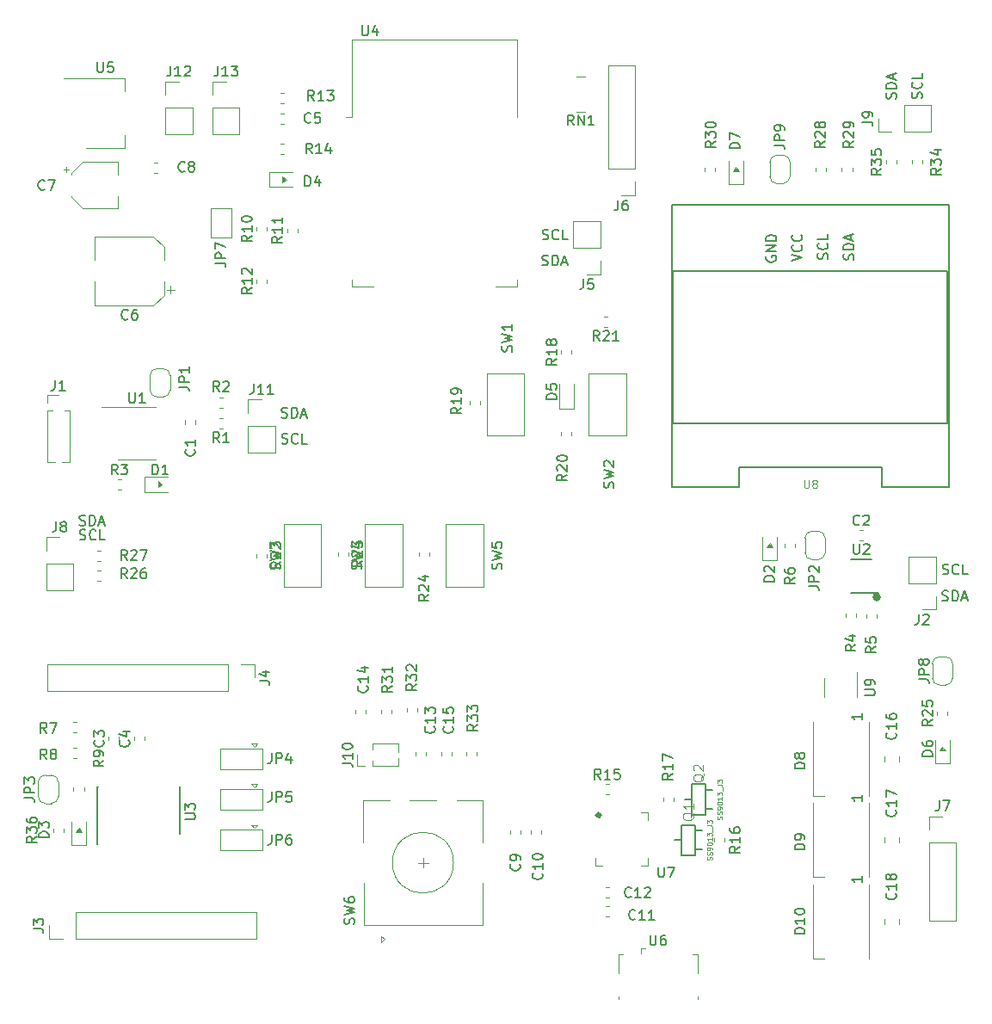
<source format=gbr>
G04 #@! TF.GenerationSoftware,KiCad,Pcbnew,5.1.2-f72e74a~84~ubuntu18.04.1*
G04 #@! TF.CreationDate,2019-06-01T21:14:53+08:00*
G04 #@! TF.ProjectId,esp12-lora-remote-station,65737031-322d-46c6-9f72-612d72656d6f,rev?*
G04 #@! TF.SameCoordinates,Original*
G04 #@! TF.FileFunction,Legend,Top*
G04 #@! TF.FilePolarity,Positive*
%FSLAX46Y46*%
G04 Gerber Fmt 4.6, Leading zero omitted, Abs format (unit mm)*
G04 Created by KiCad (PCBNEW 5.1.2-f72e74a~84~ubuntu18.04.1) date 2019-06-01 21:14:53*
%MOMM*%
%LPD*%
G04 APERTURE LIST*
%ADD10C,0.120000*%
%ADD11C,0.150000*%
%ADD12C,0.381000*%
%ADD13C,0.127000*%
%ADD14C,0.200000*%
%ADD15C,0.100000*%
G04 APERTURE END LIST*
D10*
X128250000Y-140650000D02*
X129400000Y-140650000D01*
X128250000Y-133350000D02*
X128250000Y-140650000D01*
X133750000Y-133350000D02*
X133750000Y-140650000D01*
X128250000Y-132650000D02*
X129400000Y-132650000D01*
X128250000Y-125350000D02*
X128250000Y-132650000D01*
X133750000Y-125350000D02*
X133750000Y-132650000D01*
X128250000Y-124650000D02*
X129400000Y-124650000D01*
X128250000Y-117350000D02*
X128250000Y-124650000D01*
X133750000Y-117350000D02*
X133750000Y-124650000D01*
X92875000Y-131225000D02*
G75*
G03X92875000Y-131225000I-3000000J0D01*
G01*
X83975000Y-129225000D02*
X83975000Y-125125000D01*
X95775000Y-125125000D02*
X95775000Y-129225000D01*
X95775000Y-133225000D02*
X95775000Y-137325000D01*
X84075000Y-133225000D02*
X84075000Y-137325000D01*
X84075000Y-137325000D02*
X95775000Y-137325000D01*
X86075000Y-138725000D02*
X85775000Y-139025000D01*
X85775000Y-139025000D02*
X85775000Y-138425000D01*
X85775000Y-138425000D02*
X86075000Y-138725000D01*
X83975000Y-125125000D02*
X86575000Y-125125000D01*
X88575000Y-125125000D02*
X91175000Y-125125000D01*
X93175000Y-125125000D02*
X95775000Y-125125000D01*
X89375000Y-131225000D02*
X90375000Y-131225000D01*
X89875000Y-131725000D02*
X89875000Y-130725000D01*
X95185000Y-120696267D02*
X95185000Y-120353733D01*
X94165000Y-120696267D02*
X94165000Y-120353733D01*
X89285000Y-116346267D02*
X89285000Y-116003733D01*
X88265000Y-116346267D02*
X88265000Y-116003733D01*
X86775000Y-116546267D02*
X86775000Y-116203733D01*
X85755000Y-116546267D02*
X85755000Y-116203733D01*
X83415000Y-121735000D02*
X83415000Y-120625000D01*
X84175000Y-121735000D02*
X83415000Y-121735000D01*
X84935000Y-120061529D02*
X84935000Y-119515000D01*
X84935000Y-121735000D02*
X84935000Y-121188471D01*
X84935000Y-119515000D02*
X87410000Y-119515000D01*
X84935000Y-121735000D02*
X87410000Y-121735000D01*
X87410000Y-120317470D02*
X87410000Y-119515000D01*
X87410000Y-121735000D02*
X87410000Y-120932530D01*
X92675000Y-120696267D02*
X92675000Y-120353733D01*
X91655000Y-120696267D02*
X91655000Y-120353733D01*
X84265000Y-116546267D02*
X84265000Y-116203733D01*
X83245000Y-116546267D02*
X83245000Y-116203733D01*
X90165000Y-120696267D02*
X90165000Y-120353733D01*
X89145000Y-120696267D02*
X89145000Y-120353733D01*
X54500000Y-54090000D02*
X60510000Y-54090000D01*
X56750000Y-60910000D02*
X60510000Y-60910000D01*
X60510000Y-54090000D02*
X60510000Y-55350000D01*
X60510000Y-60910000D02*
X60510000Y-59650000D01*
X69170000Y-54370000D02*
X70500000Y-54370000D01*
X69170000Y-55700000D02*
X69170000Y-54370000D01*
X69170000Y-56970000D02*
X71830000Y-56970000D01*
X71830000Y-56970000D02*
X71830000Y-59570000D01*
X69170000Y-56970000D02*
X69170000Y-59570000D01*
X69170000Y-59570000D02*
X71830000Y-59570000D01*
X64520000Y-54370000D02*
X65850000Y-54370000D01*
X64520000Y-55700000D02*
X64520000Y-54370000D01*
X64520000Y-56970000D02*
X67180000Y-56970000D01*
X67180000Y-56970000D02*
X67180000Y-59570000D01*
X64520000Y-56970000D02*
X64520000Y-59570000D01*
X64520000Y-59570000D02*
X67180000Y-59570000D01*
X63428733Y-63390000D02*
X63771267Y-63390000D01*
X63428733Y-62370000D02*
X63771267Y-62370000D01*
X54800000Y-62740000D02*
X54800000Y-63240000D01*
X54550000Y-62990000D02*
X55050000Y-62990000D01*
X55290000Y-65745563D02*
X56354437Y-66810000D01*
X55290000Y-63354437D02*
X56354437Y-62290000D01*
X55290000Y-63354437D02*
X55290000Y-63490000D01*
X55290000Y-65745563D02*
X55290000Y-65610000D01*
X56354437Y-66810000D02*
X59810000Y-66810000D01*
X56354437Y-62290000D02*
X59810000Y-62290000D01*
X59810000Y-62290000D02*
X59810000Y-63490000D01*
X59810000Y-66810000D02*
X59810000Y-65610000D01*
D11*
X121000000Y-94300000D02*
X121000000Y-92300000D01*
X114350000Y-94300000D02*
X121000000Y-94300000D01*
X141650000Y-66500000D02*
X141650000Y-94300000D01*
X114350000Y-66500000D02*
X141650000Y-66500000D01*
X114350000Y-66500000D02*
X114350000Y-94300000D01*
X141650000Y-94300000D02*
X135000000Y-94300000D01*
X135000000Y-94300000D02*
X135000000Y-92300000D01*
X121000000Y-92300000D02*
X135000000Y-92300000D01*
X114500000Y-73000000D02*
X114500000Y-88000000D01*
X114500000Y-88000000D02*
X141500000Y-88000000D01*
X141500000Y-88000000D02*
X141500000Y-73000000D01*
X141500000Y-73000000D02*
X114500000Y-73000000D01*
D10*
X82880000Y-50280000D02*
X99120000Y-50280000D01*
X99120000Y-50280000D02*
X99120000Y-57900000D01*
X99120000Y-73900000D02*
X99120000Y-74520000D01*
X99120000Y-74520000D02*
X97000000Y-74520000D01*
X85000000Y-74520000D02*
X82880000Y-74520000D01*
X82880000Y-74520000D02*
X82880000Y-73900000D01*
X82880000Y-57900000D02*
X82880000Y-50280000D01*
X82880000Y-57900000D02*
X82270000Y-57900000D01*
D12*
X107289990Y-126560500D02*
G75*
G03X107289990Y-126560500I-141990J0D01*
G01*
D10*
X111319000Y-126300000D02*
X112044000Y-126300000D01*
X112044000Y-126300000D02*
X112044000Y-127025000D01*
X107549000Y-131520000D02*
X106824000Y-131520000D01*
X106824000Y-131520000D02*
X106824000Y-130795000D01*
X111319000Y-131520000D02*
X112044000Y-131520000D01*
X112044000Y-131520000D02*
X112044000Y-130795000D01*
X72670000Y-85670000D02*
X74000000Y-85670000D01*
X72670000Y-87000000D02*
X72670000Y-85670000D01*
X72670000Y-88270000D02*
X75330000Y-88270000D01*
X75330000Y-88270000D02*
X75330000Y-90870000D01*
X72670000Y-88270000D02*
X72670000Y-90870000D01*
X72670000Y-90870000D02*
X75330000Y-90870000D01*
X134670000Y-59330000D02*
X134670000Y-58000000D01*
X136000000Y-59330000D02*
X134670000Y-59330000D01*
X137270000Y-59330000D02*
X137270000Y-56670000D01*
X137270000Y-56670000D02*
X139870000Y-56670000D01*
X137270000Y-59330000D02*
X139870000Y-59330000D01*
X139870000Y-59330000D02*
X139870000Y-56670000D01*
X52785000Y-99205000D02*
X54115000Y-99205000D01*
X52785000Y-100535000D02*
X52785000Y-99205000D01*
X52785000Y-101805000D02*
X55445000Y-101805000D01*
X55445000Y-101805000D02*
X55445000Y-104405000D01*
X52785000Y-101805000D02*
X52785000Y-104405000D01*
X52785000Y-104405000D02*
X55445000Y-104405000D01*
X107330000Y-73330000D02*
X106000000Y-73330000D01*
X107330000Y-72000000D02*
X107330000Y-73330000D01*
X107330000Y-70730000D02*
X104670000Y-70730000D01*
X104670000Y-70730000D02*
X104670000Y-68130000D01*
X107330000Y-70730000D02*
X107330000Y-68130000D01*
X107330000Y-68130000D02*
X104670000Y-68130000D01*
X140330000Y-106330000D02*
X139000000Y-106330000D01*
X140330000Y-105000000D02*
X140330000Y-106330000D01*
X140330000Y-103730000D02*
X137670000Y-103730000D01*
X137670000Y-103730000D02*
X137670000Y-101130000D01*
X140330000Y-103730000D02*
X140330000Y-101130000D01*
X140330000Y-101130000D02*
X137670000Y-101130000D01*
X139670000Y-126670000D02*
X141000000Y-126670000D01*
X139670000Y-128000000D02*
X139670000Y-126670000D01*
X139670000Y-129270000D02*
X142330000Y-129270000D01*
X142330000Y-129270000D02*
X142330000Y-136950000D01*
X139670000Y-129270000D02*
X139670000Y-136950000D01*
X139670000Y-136950000D02*
X142330000Y-136950000D01*
X132610000Y-114900000D02*
X132610000Y-112450000D01*
X129390000Y-113100000D02*
X129390000Y-114900000D01*
X111300000Y-139687500D02*
X111300000Y-140137500D01*
X111300000Y-139687500D02*
X111750000Y-139687500D01*
X116900000Y-140237500D02*
X116450000Y-140237500D01*
X116900000Y-142087500D02*
X116900000Y-140237500D01*
X109100000Y-144637500D02*
X109100000Y-144387500D01*
X116900000Y-144637500D02*
X116900000Y-144387500D01*
X109100000Y-142087500D02*
X109100000Y-140237500D01*
X109100000Y-140237500D02*
X109550000Y-140237500D01*
D11*
X57910000Y-123700000D02*
X57935000Y-123700000D01*
X65960000Y-123700000D02*
X65935000Y-123700000D01*
X65960000Y-128350000D02*
X65935000Y-128350000D01*
X57860000Y-129425000D02*
X57860000Y-123700000D01*
X65960000Y-128350000D02*
X65960000Y-123700000D01*
D12*
X134724805Y-105095500D02*
G75*
G03X134724805Y-105095500I-200805J0D01*
G01*
D11*
X134025000Y-101350000D02*
X131975000Y-101350000D01*
X134730000Y-104650000D02*
X131975000Y-104650000D01*
D10*
X61725000Y-86375000D02*
X58200000Y-86375000D01*
X61725000Y-86375000D02*
X63605000Y-86375000D01*
X61725000Y-91555000D02*
X59845000Y-91555000D01*
X61725000Y-91555000D02*
X63605000Y-91555000D01*
X95850000Y-104060000D02*
X92150000Y-104060000D01*
X95850000Y-97940000D02*
X95850000Y-104060000D01*
X92150000Y-97940000D02*
X95850000Y-97940000D01*
X92150000Y-104060000D02*
X92150000Y-97940000D01*
X87850000Y-104060000D02*
X84150000Y-104060000D01*
X87850000Y-97940000D02*
X87850000Y-104060000D01*
X84150000Y-97940000D02*
X87850000Y-97940000D01*
X84150000Y-104060000D02*
X84150000Y-97940000D01*
X79850000Y-104060000D02*
X76150000Y-104060000D01*
X79850000Y-97940000D02*
X79850000Y-104060000D01*
X76150000Y-97940000D02*
X79850000Y-97940000D01*
X76150000Y-104060000D02*
X76150000Y-97940000D01*
X109850000Y-89215000D02*
X106150000Y-89215000D01*
X109850000Y-83095000D02*
X109850000Y-89215000D01*
X106150000Y-83095000D02*
X109850000Y-83095000D01*
X106150000Y-89215000D02*
X106150000Y-83095000D01*
X99850000Y-89215000D02*
X96150000Y-89215000D01*
X99850000Y-83095000D02*
X99850000Y-89215000D01*
X96150000Y-83095000D02*
X99850000Y-83095000D01*
X96150000Y-89215000D02*
X96150000Y-83095000D01*
X105000000Y-57320000D02*
X105800000Y-57320000D01*
X105000000Y-53880000D02*
X105800000Y-53880000D01*
X53490000Y-127853733D02*
X53490000Y-128196267D01*
X54510000Y-127853733D02*
X54510000Y-128196267D01*
X136475000Y-62456267D02*
X136475000Y-62113733D01*
X135455000Y-62456267D02*
X135455000Y-62113733D01*
X138985000Y-62456267D02*
X138985000Y-62113733D01*
X137965000Y-62456267D02*
X137965000Y-62113733D01*
X118625000Y-63171267D02*
X118625000Y-62828733D01*
X117605000Y-63171267D02*
X117605000Y-62828733D01*
X132115000Y-63171267D02*
X132115000Y-62828733D01*
X131095000Y-63171267D02*
X131095000Y-62828733D01*
X129510000Y-63171267D02*
X129510000Y-62828733D01*
X128490000Y-63171267D02*
X128490000Y-62828733D01*
X58171267Y-100490000D02*
X57828733Y-100490000D01*
X58171267Y-101510000D02*
X57828733Y-101510000D01*
X58171267Y-102490000D02*
X57828733Y-102490000D01*
X58171267Y-103510000D02*
X57828733Y-103510000D01*
X141510000Y-116676267D02*
X141510000Y-116333733D01*
X140490000Y-116676267D02*
X140490000Y-116333733D01*
X89490000Y-100703733D02*
X89490000Y-101046267D01*
X90510000Y-100703733D02*
X90510000Y-101046267D01*
X81490000Y-100703733D02*
X81490000Y-101046267D01*
X82510000Y-100703733D02*
X82510000Y-101046267D01*
X73490000Y-100828733D02*
X73490000Y-101171267D01*
X74510000Y-100828733D02*
X74510000Y-101171267D01*
X108046267Y-77490000D02*
X107703733Y-77490000D01*
X108046267Y-78510000D02*
X107703733Y-78510000D01*
X103490000Y-88828733D02*
X103490000Y-89171267D01*
X104510000Y-88828733D02*
X104510000Y-89171267D01*
X94490000Y-85828733D02*
X94490000Y-86171267D01*
X95510000Y-85828733D02*
X95510000Y-86171267D01*
X104510000Y-81171267D02*
X104510000Y-80828733D01*
X103490000Y-81171267D02*
X103490000Y-80828733D01*
X113490000Y-124828733D02*
X113490000Y-125171267D01*
X114510000Y-124828733D02*
X114510000Y-125171267D01*
X119510000Y-129171267D02*
X119510000Y-128828733D01*
X118490000Y-129171267D02*
X118490000Y-128828733D01*
X107828733Y-124510000D02*
X108171267Y-124510000D01*
X107828733Y-123490000D02*
X108171267Y-123490000D01*
X75828733Y-61510000D02*
X76171267Y-61510000D01*
X75828733Y-60490000D02*
X76171267Y-60490000D01*
X76171267Y-55490000D02*
X75828733Y-55490000D01*
X76171267Y-56510000D02*
X75828733Y-56510000D01*
X74510000Y-74171267D02*
X74510000Y-73828733D01*
X73490000Y-74171267D02*
X73490000Y-73828733D01*
X77510000Y-69171267D02*
X77510000Y-68828733D01*
X76490000Y-69171267D02*
X76490000Y-68828733D01*
X74510000Y-69046267D02*
X74510000Y-68703733D01*
X73490000Y-69046267D02*
X73490000Y-68703733D01*
X55490000Y-123828733D02*
X55490000Y-124171267D01*
X56510000Y-123828733D02*
X56510000Y-124171267D01*
X55453733Y-120935000D02*
X55796267Y-120935000D01*
X55453733Y-119915000D02*
X55796267Y-119915000D01*
X55453733Y-118425000D02*
X55796267Y-118425000D01*
X55453733Y-117405000D02*
X55796267Y-117405000D01*
X126510000Y-100171267D02*
X126510000Y-99828733D01*
X125490000Y-100171267D02*
X125490000Y-99828733D01*
X134510000Y-107171267D02*
X134510000Y-106828733D01*
X133490000Y-107171267D02*
X133490000Y-106828733D01*
X132510000Y-107046267D02*
X132510000Y-106703733D01*
X131490000Y-107046267D02*
X131490000Y-106703733D01*
X59828733Y-94510000D02*
X60171267Y-94510000D01*
X59828733Y-93490000D02*
X60171267Y-93490000D01*
X70171267Y-85490000D02*
X69828733Y-85490000D01*
X70171267Y-86510000D02*
X69828733Y-86510000D01*
X70171267Y-87490000D02*
X69828733Y-87490000D01*
X70171267Y-88510000D02*
X69828733Y-88510000D01*
D13*
X117698500Y-124047500D02*
X118358900Y-124047500D01*
X117698500Y-125952500D02*
X118358900Y-125952500D01*
X116301500Y-125000000D02*
X115641100Y-125000000D01*
X116301500Y-126498600D02*
X116301500Y-123501400D01*
X116301500Y-123501400D02*
X117698500Y-123501400D01*
X117698500Y-123501400D02*
X117698500Y-126498600D01*
X117698500Y-126498600D02*
X116301500Y-126498600D01*
X116698500Y-128047500D02*
X117358900Y-128047500D01*
X116698500Y-129952500D02*
X117358900Y-129952500D01*
X115301500Y-129000000D02*
X114641100Y-129000000D01*
X115301500Y-130498600D02*
X115301500Y-127501400D01*
X115301500Y-127501400D02*
X116698500Y-127501400D01*
X116698500Y-127501400D02*
X116698500Y-130498600D01*
X116698500Y-130498600D02*
X115301500Y-130498600D01*
D10*
X126000000Y-62300000D02*
X126000000Y-63700000D01*
X125300000Y-64400000D02*
X124700000Y-64400000D01*
X124000000Y-63700000D02*
X124000000Y-62300000D01*
X124700000Y-61600000D02*
X125300000Y-61600000D01*
X125300000Y-61600000D02*
G75*
G02X126000000Y-62300000I0J-700000D01*
G01*
X124000000Y-62300000D02*
G75*
G02X124700000Y-61600000I700000J0D01*
G01*
X124700000Y-64400000D02*
G75*
G02X124000000Y-63700000I0J700000D01*
G01*
X126000000Y-63700000D02*
G75*
G02X125300000Y-64400000I-700000J0D01*
G01*
X140000000Y-113050000D02*
X140000000Y-111650000D01*
X140700000Y-110950000D02*
X141300000Y-110950000D01*
X142000000Y-111650000D02*
X142000000Y-113050000D01*
X141300000Y-113750000D02*
X140700000Y-113750000D01*
X140700000Y-113750000D02*
G75*
G02X140000000Y-113050000I0J700000D01*
G01*
X142000000Y-113050000D02*
G75*
G02X141300000Y-113750000I-700000J0D01*
G01*
X141300000Y-110950000D02*
G75*
G02X142000000Y-111650000I0J-700000D01*
G01*
X140000000Y-111650000D02*
G75*
G02X140700000Y-110950000I700000J0D01*
G01*
X71000000Y-66875000D02*
X71000000Y-69675000D01*
X71000000Y-69675000D02*
X69000000Y-69675000D01*
X69000000Y-69675000D02*
X69000000Y-66875000D01*
X69000000Y-66875000D02*
X71000000Y-66875000D01*
X74050000Y-130000000D02*
X69950000Y-130000000D01*
X69950000Y-130000000D02*
X69950000Y-128000000D01*
X69950000Y-128000000D02*
X74050000Y-128000000D01*
X74050000Y-128000000D02*
X74050000Y-130000000D01*
X73300000Y-127800000D02*
X73600000Y-127500000D01*
X73600000Y-127500000D02*
X73000000Y-127500000D01*
X73300000Y-127800000D02*
X73000000Y-127500000D01*
X74050000Y-126000000D02*
X69950000Y-126000000D01*
X69950000Y-126000000D02*
X69950000Y-124000000D01*
X69950000Y-124000000D02*
X74050000Y-124000000D01*
X74050000Y-124000000D02*
X74050000Y-126000000D01*
X73300000Y-123800000D02*
X73600000Y-123500000D01*
X73600000Y-123500000D02*
X73000000Y-123500000D01*
X73300000Y-123800000D02*
X73000000Y-123500000D01*
X74050000Y-122000000D02*
X69950000Y-122000000D01*
X69950000Y-122000000D02*
X69950000Y-120000000D01*
X69950000Y-120000000D02*
X74050000Y-120000000D01*
X74050000Y-120000000D02*
X74050000Y-122000000D01*
X73300000Y-119800000D02*
X73600000Y-119500000D01*
X73600000Y-119500000D02*
X73000000Y-119500000D01*
X73300000Y-119800000D02*
X73000000Y-119500000D01*
X52000000Y-124700000D02*
X52000000Y-123300000D01*
X52700000Y-122600000D02*
X53300000Y-122600000D01*
X54000000Y-123300000D02*
X54000000Y-124700000D01*
X53300000Y-125400000D02*
X52700000Y-125400000D01*
X52700000Y-125400000D02*
G75*
G02X52000000Y-124700000I0J700000D01*
G01*
X54000000Y-124700000D02*
G75*
G02X53300000Y-125400000I-700000J0D01*
G01*
X53300000Y-122600000D02*
G75*
G02X54000000Y-123300000I0J-700000D01*
G01*
X52000000Y-123300000D02*
G75*
G02X52700000Y-122600000I700000J0D01*
G01*
X129465000Y-99300000D02*
X129465000Y-100700000D01*
X128765000Y-101400000D02*
X128165000Y-101400000D01*
X127465000Y-100700000D02*
X127465000Y-99300000D01*
X128165000Y-98600000D02*
X128765000Y-98600000D01*
X128765000Y-98600000D02*
G75*
G02X129465000Y-99300000I0J-700000D01*
G01*
X127465000Y-99300000D02*
G75*
G02X128165000Y-98600000I700000J0D01*
G01*
X128165000Y-101400000D02*
G75*
G02X127465000Y-100700000I0J700000D01*
G01*
X129465000Y-100700000D02*
G75*
G02X128765000Y-101400000I-700000J0D01*
G01*
X65000000Y-83300000D02*
X65000000Y-84700000D01*
X64300000Y-85400000D02*
X63700000Y-85400000D01*
X63000000Y-84700000D02*
X63000000Y-83300000D01*
X63700000Y-82600000D02*
X64300000Y-82600000D01*
X64300000Y-82600000D02*
G75*
G02X65000000Y-83300000I0J-700000D01*
G01*
X63000000Y-83300000D02*
G75*
G02X63700000Y-82600000I700000J0D01*
G01*
X63700000Y-85400000D02*
G75*
G02X63000000Y-84700000I0J700000D01*
G01*
X65000000Y-84700000D02*
G75*
G02X64300000Y-85400000I-700000J0D01*
G01*
X110730000Y-65580000D02*
X109400000Y-65580000D01*
X110730000Y-64250000D02*
X110730000Y-65580000D01*
X110730000Y-62980000D02*
X108070000Y-62980000D01*
X108070000Y-62980000D02*
X108070000Y-52760000D01*
X110730000Y-62980000D02*
X110730000Y-52760000D01*
X110730000Y-52760000D02*
X108070000Y-52760000D01*
X73330000Y-111670000D02*
X73330000Y-113000000D01*
X72000000Y-111670000D02*
X73330000Y-111670000D01*
X70730000Y-111670000D02*
X70730000Y-114330000D01*
X70730000Y-114330000D02*
X52890000Y-114330000D01*
X70730000Y-111670000D02*
X52890000Y-111670000D01*
X52890000Y-111670000D02*
X52890000Y-114330000D01*
X53070000Y-138730000D02*
X53070000Y-137400000D01*
X54400000Y-138730000D02*
X53070000Y-138730000D01*
X55670000Y-138730000D02*
X55670000Y-136070000D01*
X55670000Y-136070000D02*
X73510000Y-136070000D01*
X55670000Y-138730000D02*
X73510000Y-138730000D01*
X73510000Y-138730000D02*
X73510000Y-136070000D01*
X52890000Y-85240000D02*
X54000000Y-85240000D01*
X52890000Y-86000000D02*
X52890000Y-85240000D01*
X54563471Y-86760000D02*
X55110000Y-86760000D01*
X52890000Y-86760000D02*
X53436529Y-86760000D01*
X55110000Y-86760000D02*
X55110000Y-91775000D01*
X52890000Y-86760000D02*
X52890000Y-91775000D01*
X54307530Y-91775000D02*
X55110000Y-91775000D01*
X52890000Y-91775000D02*
X53692470Y-91775000D01*
D14*
X120665000Y-62900000D02*
X120665000Y-63100000D01*
D15*
X120765000Y-63050000D02*
X120565000Y-63050000D01*
X120365000Y-63200000D02*
X120965000Y-63200000D01*
X120665000Y-62800000D02*
X120365000Y-63200000D01*
X120465000Y-63100000D02*
X120865000Y-63100000D01*
X120965000Y-63200000D02*
X120665000Y-62800000D01*
D10*
X119930000Y-62200000D02*
X119930000Y-64485000D01*
X119930000Y-64485000D02*
X121400000Y-64485000D01*
X121400000Y-64485000D02*
X121400000Y-62200000D01*
D14*
X141000000Y-119900000D02*
X141000000Y-120100000D01*
D15*
X141100000Y-120050000D02*
X140900000Y-120050000D01*
X140700000Y-120200000D02*
X141300000Y-120200000D01*
X141000000Y-119800000D02*
X140700000Y-120200000D01*
X140800000Y-120100000D02*
X141200000Y-120100000D01*
X141300000Y-120200000D02*
X141000000Y-119800000D01*
D10*
X140265000Y-119200000D02*
X140265000Y-121485000D01*
X140265000Y-121485000D02*
X141735000Y-121485000D01*
X141735000Y-121485000D02*
X141735000Y-119200000D01*
X104735000Y-86535000D02*
X104735000Y-84075000D01*
X103265000Y-86535000D02*
X104735000Y-86535000D01*
X103265000Y-84075000D02*
X103265000Y-86535000D01*
D14*
X76312500Y-64000000D02*
X76112500Y-64000000D01*
D15*
X76162500Y-64100000D02*
X76162500Y-63900000D01*
X76012500Y-63700000D02*
X76012500Y-64300000D01*
X76412500Y-64000000D02*
X76012500Y-63700000D01*
X76112500Y-63800000D02*
X76112500Y-64200000D01*
X76012500Y-64300000D02*
X76412500Y-64000000D01*
D10*
X77012500Y-63265000D02*
X74727500Y-63265000D01*
X74727500Y-63265000D02*
X74727500Y-64735000D01*
X74727500Y-64735000D02*
X77012500Y-64735000D01*
D14*
X56000000Y-127900000D02*
X56000000Y-128100000D01*
D15*
X56100000Y-128050000D02*
X55900000Y-128050000D01*
X55700000Y-128200000D02*
X56300000Y-128200000D01*
X56000000Y-127800000D02*
X55700000Y-128200000D01*
X55800000Y-128100000D02*
X56200000Y-128100000D01*
X56300000Y-128200000D02*
X56000000Y-127800000D01*
D10*
X55265000Y-127200000D02*
X55265000Y-129485000D01*
X55265000Y-129485000D02*
X56735000Y-129485000D01*
X56735000Y-129485000D02*
X56735000Y-127200000D01*
D14*
X124000000Y-99900000D02*
X124000000Y-100100000D01*
D15*
X124100000Y-100050000D02*
X123900000Y-100050000D01*
X123700000Y-100200000D02*
X124300000Y-100200000D01*
X124000000Y-99800000D02*
X123700000Y-100200000D01*
X123800000Y-100100000D02*
X124200000Y-100100000D01*
X124300000Y-100200000D02*
X124000000Y-99800000D01*
D10*
X123265000Y-99200000D02*
X123265000Y-101485000D01*
X123265000Y-101485000D02*
X124735000Y-101485000D01*
X124735000Y-101485000D02*
X124735000Y-99200000D01*
D14*
X64100000Y-94000000D02*
X63900000Y-94000000D01*
D15*
X63950000Y-94100000D02*
X63950000Y-93900000D01*
X63800000Y-93700000D02*
X63800000Y-94300000D01*
X64200000Y-94000000D02*
X63800000Y-93700000D01*
X63900000Y-93800000D02*
X63900000Y-94200000D01*
X63800000Y-94300000D02*
X64200000Y-94000000D01*
D10*
X64800000Y-93265000D02*
X62515000Y-93265000D01*
X62515000Y-93265000D02*
X62515000Y-94735000D01*
X62515000Y-94735000D02*
X64800000Y-94735000D01*
X136710000Y-137261252D02*
X136710000Y-136738748D01*
X135290000Y-137261252D02*
X135290000Y-136738748D01*
X136710000Y-129261252D02*
X136710000Y-128738748D01*
X135290000Y-129261252D02*
X135290000Y-128738748D01*
X136710000Y-121261252D02*
X136710000Y-120738748D01*
X135290000Y-121261252D02*
X135290000Y-120738748D01*
X107828733Y-134635000D02*
X108171267Y-134635000D01*
X107828733Y-133615000D02*
X108171267Y-133615000D01*
X107828733Y-136510000D02*
X108171267Y-136510000D01*
X107828733Y-135490000D02*
X108171267Y-135490000D01*
X101510000Y-128371267D02*
X101510000Y-128028733D01*
X100490000Y-128371267D02*
X100490000Y-128028733D01*
X99510000Y-128371267D02*
X99510000Y-128028733D01*
X98490000Y-128371267D02*
X98490000Y-128028733D01*
X65043750Y-75241250D02*
X65043750Y-74453750D01*
X65437500Y-74847500D02*
X64650000Y-74847500D01*
X64410000Y-70654437D02*
X63345563Y-69590000D01*
X64410000Y-75345563D02*
X63345563Y-76410000D01*
X64410000Y-75345563D02*
X64410000Y-74060000D01*
X64410000Y-70654437D02*
X64410000Y-71940000D01*
X63345563Y-69590000D02*
X57590000Y-69590000D01*
X63345563Y-76410000D02*
X57590000Y-76410000D01*
X57590000Y-76410000D02*
X57590000Y-74060000D01*
X57590000Y-69590000D02*
X57590000Y-71940000D01*
X76171267Y-57490000D02*
X75828733Y-57490000D01*
X76171267Y-58510000D02*
X75828733Y-58510000D01*
X62485000Y-119196267D02*
X62485000Y-118853733D01*
X61465000Y-119196267D02*
X61465000Y-118853733D01*
X59975000Y-119196267D02*
X59975000Y-118853733D01*
X58955000Y-119196267D02*
X58955000Y-118853733D01*
X132828733Y-99510000D02*
X133171267Y-99510000D01*
X132828733Y-98490000D02*
X133171267Y-98490000D01*
X66490000Y-87703733D02*
X66490000Y-88046267D01*
X67510000Y-87703733D02*
X67510000Y-88046267D01*
D11*
X127452380Y-138214285D02*
X126452380Y-138214285D01*
X126452380Y-137976190D01*
X126500000Y-137833333D01*
X126595238Y-137738095D01*
X126690476Y-137690476D01*
X126880952Y-137642857D01*
X127023809Y-137642857D01*
X127214285Y-137690476D01*
X127309523Y-137738095D01*
X127404761Y-137833333D01*
X127452380Y-137976190D01*
X127452380Y-138214285D01*
X127452380Y-136690476D02*
X127452380Y-137261904D01*
X127452380Y-136976190D02*
X126452380Y-136976190D01*
X126595238Y-137071428D01*
X126690476Y-137166666D01*
X126738095Y-137261904D01*
X126452380Y-136071428D02*
X126452380Y-135976190D01*
X126500000Y-135880952D01*
X126547619Y-135833333D01*
X126642857Y-135785714D01*
X126833333Y-135738095D01*
X127071428Y-135738095D01*
X127261904Y-135785714D01*
X127357142Y-135833333D01*
X127404761Y-135880952D01*
X127452380Y-135976190D01*
X127452380Y-136071428D01*
X127404761Y-136166666D01*
X127357142Y-136214285D01*
X127261904Y-136261904D01*
X127071428Y-136309523D01*
X126833333Y-136309523D01*
X126642857Y-136261904D01*
X126547619Y-136214285D01*
X126500000Y-136166666D01*
X126452380Y-136071428D01*
X133052380Y-132564285D02*
X133052380Y-133135714D01*
X133052380Y-132850000D02*
X132052380Y-132850000D01*
X132195238Y-132945238D01*
X132290476Y-133040476D01*
X132338095Y-133135714D01*
X127452380Y-129938095D02*
X126452380Y-129938095D01*
X126452380Y-129700000D01*
X126500000Y-129557142D01*
X126595238Y-129461904D01*
X126690476Y-129414285D01*
X126880952Y-129366666D01*
X127023809Y-129366666D01*
X127214285Y-129414285D01*
X127309523Y-129461904D01*
X127404761Y-129557142D01*
X127452380Y-129700000D01*
X127452380Y-129938095D01*
X127452380Y-128890476D02*
X127452380Y-128700000D01*
X127404761Y-128604761D01*
X127357142Y-128557142D01*
X127214285Y-128461904D01*
X127023809Y-128414285D01*
X126642857Y-128414285D01*
X126547619Y-128461904D01*
X126500000Y-128509523D01*
X126452380Y-128604761D01*
X126452380Y-128795238D01*
X126500000Y-128890476D01*
X126547619Y-128938095D01*
X126642857Y-128985714D01*
X126880952Y-128985714D01*
X126976190Y-128938095D01*
X127023809Y-128890476D01*
X127071428Y-128795238D01*
X127071428Y-128604761D01*
X127023809Y-128509523D01*
X126976190Y-128461904D01*
X126880952Y-128414285D01*
X133052380Y-124564285D02*
X133052380Y-125135714D01*
X133052380Y-124850000D02*
X132052380Y-124850000D01*
X132195238Y-124945238D01*
X132290476Y-125040476D01*
X132338095Y-125135714D01*
X127452380Y-121938095D02*
X126452380Y-121938095D01*
X126452380Y-121700000D01*
X126500000Y-121557142D01*
X126595238Y-121461904D01*
X126690476Y-121414285D01*
X126880952Y-121366666D01*
X127023809Y-121366666D01*
X127214285Y-121414285D01*
X127309523Y-121461904D01*
X127404761Y-121557142D01*
X127452380Y-121700000D01*
X127452380Y-121938095D01*
X126880952Y-120795238D02*
X126833333Y-120890476D01*
X126785714Y-120938095D01*
X126690476Y-120985714D01*
X126642857Y-120985714D01*
X126547619Y-120938095D01*
X126500000Y-120890476D01*
X126452380Y-120795238D01*
X126452380Y-120604761D01*
X126500000Y-120509523D01*
X126547619Y-120461904D01*
X126642857Y-120414285D01*
X126690476Y-120414285D01*
X126785714Y-120461904D01*
X126833333Y-120509523D01*
X126880952Y-120604761D01*
X126880952Y-120795238D01*
X126928571Y-120890476D01*
X126976190Y-120938095D01*
X127071428Y-120985714D01*
X127261904Y-120985714D01*
X127357142Y-120938095D01*
X127404761Y-120890476D01*
X127452380Y-120795238D01*
X127452380Y-120604761D01*
X127404761Y-120509523D01*
X127357142Y-120461904D01*
X127261904Y-120414285D01*
X127071428Y-120414285D01*
X126976190Y-120461904D01*
X126928571Y-120509523D01*
X126880952Y-120604761D01*
X133052380Y-116564285D02*
X133052380Y-117135714D01*
X133052380Y-116850000D02*
X132052380Y-116850000D01*
X132195238Y-116945238D01*
X132290476Y-117040476D01*
X132338095Y-117135714D01*
X83079761Y-137258333D02*
X83127380Y-137115476D01*
X83127380Y-136877380D01*
X83079761Y-136782142D01*
X83032142Y-136734523D01*
X82936904Y-136686904D01*
X82841666Y-136686904D01*
X82746428Y-136734523D01*
X82698809Y-136782142D01*
X82651190Y-136877380D01*
X82603571Y-137067857D01*
X82555952Y-137163095D01*
X82508333Y-137210714D01*
X82413095Y-137258333D01*
X82317857Y-137258333D01*
X82222619Y-137210714D01*
X82175000Y-137163095D01*
X82127380Y-137067857D01*
X82127380Y-136829761D01*
X82175000Y-136686904D01*
X82127380Y-136353571D02*
X83127380Y-136115476D01*
X82413095Y-135925000D01*
X83127380Y-135734523D01*
X82127380Y-135496428D01*
X82127380Y-134686904D02*
X82127380Y-134877380D01*
X82175000Y-134972619D01*
X82222619Y-135020238D01*
X82365476Y-135115476D01*
X82555952Y-135163095D01*
X82936904Y-135163095D01*
X83032142Y-135115476D01*
X83079761Y-135067857D01*
X83127380Y-134972619D01*
X83127380Y-134782142D01*
X83079761Y-134686904D01*
X83032142Y-134639285D01*
X82936904Y-134591666D01*
X82698809Y-134591666D01*
X82603571Y-134639285D01*
X82555952Y-134686904D01*
X82508333Y-134782142D01*
X82508333Y-134972619D01*
X82555952Y-135067857D01*
X82603571Y-135115476D01*
X82698809Y-135163095D01*
X95252379Y-117642858D02*
X94776189Y-117976191D01*
X95252379Y-118214286D02*
X94252379Y-118214286D01*
X94252379Y-117833334D01*
X94299999Y-117738096D01*
X94347618Y-117690477D01*
X94442856Y-117642858D01*
X94585713Y-117642858D01*
X94680951Y-117690477D01*
X94728570Y-117738096D01*
X94776189Y-117833334D01*
X94776189Y-118214286D01*
X94252379Y-117309524D02*
X94252379Y-116690477D01*
X94633332Y-117023810D01*
X94633332Y-116880953D01*
X94680951Y-116785715D01*
X94728570Y-116738096D01*
X94823808Y-116690477D01*
X95061903Y-116690477D01*
X95157141Y-116738096D01*
X95204760Y-116785715D01*
X95252379Y-116880953D01*
X95252379Y-117166667D01*
X95204760Y-117261905D01*
X95157141Y-117309524D01*
X94252379Y-116357143D02*
X94252379Y-115738096D01*
X94633332Y-116071429D01*
X94633332Y-115928572D01*
X94680951Y-115833334D01*
X94728570Y-115785715D01*
X94823808Y-115738096D01*
X95061903Y-115738096D01*
X95157141Y-115785715D01*
X95204760Y-115833334D01*
X95252379Y-115928572D01*
X95252379Y-116214286D01*
X95204760Y-116309524D01*
X95157141Y-116357143D01*
X89252379Y-113642858D02*
X88776189Y-113976191D01*
X89252379Y-114214286D02*
X88252379Y-114214286D01*
X88252379Y-113833334D01*
X88299999Y-113738096D01*
X88347618Y-113690477D01*
X88442856Y-113642858D01*
X88585713Y-113642858D01*
X88680951Y-113690477D01*
X88728570Y-113738096D01*
X88776189Y-113833334D01*
X88776189Y-114214286D01*
X88252379Y-113309524D02*
X88252379Y-112690477D01*
X88633332Y-113023810D01*
X88633332Y-112880953D01*
X88680951Y-112785715D01*
X88728570Y-112738096D01*
X88823808Y-112690477D01*
X89061903Y-112690477D01*
X89157141Y-112738096D01*
X89204760Y-112785715D01*
X89252379Y-112880953D01*
X89252379Y-113166667D01*
X89204760Y-113261905D01*
X89157141Y-113309524D01*
X88347618Y-112309524D02*
X88299999Y-112261905D01*
X88252379Y-112166667D01*
X88252379Y-111928572D01*
X88299999Y-111833334D01*
X88347618Y-111785715D01*
X88442856Y-111738096D01*
X88538094Y-111738096D01*
X88680951Y-111785715D01*
X89252379Y-112357143D01*
X89252379Y-111738096D01*
X86852379Y-113842858D02*
X86376189Y-114176191D01*
X86852379Y-114414286D02*
X85852379Y-114414286D01*
X85852379Y-114033334D01*
X85899999Y-113938096D01*
X85947618Y-113890477D01*
X86042856Y-113842858D01*
X86185713Y-113842858D01*
X86280951Y-113890477D01*
X86328570Y-113938096D01*
X86376189Y-114033334D01*
X86376189Y-114414286D01*
X85852379Y-113509524D02*
X85852379Y-112890477D01*
X86233332Y-113223810D01*
X86233332Y-113080953D01*
X86280951Y-112985715D01*
X86328570Y-112938096D01*
X86423808Y-112890477D01*
X86661903Y-112890477D01*
X86757141Y-112938096D01*
X86804760Y-112985715D01*
X86852379Y-113080953D01*
X86852379Y-113366667D01*
X86804760Y-113461905D01*
X86757141Y-113509524D01*
X86852379Y-111938096D02*
X86852379Y-112509524D01*
X86852379Y-112223810D02*
X85852379Y-112223810D01*
X85995237Y-112319048D01*
X86090475Y-112414286D01*
X86138094Y-112509524D01*
X81932380Y-121434523D02*
X82646666Y-121434523D01*
X82789523Y-121482142D01*
X82884761Y-121577380D01*
X82932380Y-121720238D01*
X82932380Y-121815476D01*
X82932380Y-120434523D02*
X82932380Y-121005952D01*
X82932380Y-120720238D02*
X81932380Y-120720238D01*
X82075238Y-120815476D01*
X82170476Y-120910714D01*
X82218095Y-121005952D01*
X81932380Y-119815476D02*
X81932380Y-119720238D01*
X81980000Y-119625000D01*
X82027619Y-119577380D01*
X82122857Y-119529761D01*
X82313333Y-119482142D01*
X82551428Y-119482142D01*
X82741904Y-119529761D01*
X82837142Y-119577380D01*
X82884761Y-119625000D01*
X82932380Y-119720238D01*
X82932380Y-119815476D01*
X82884761Y-119910714D01*
X82837142Y-119958333D01*
X82741904Y-120005952D01*
X82551428Y-120053571D01*
X82313333Y-120053571D01*
X82122857Y-120005952D01*
X82027619Y-119958333D01*
X81980000Y-119910714D01*
X81932380Y-119815476D01*
X92757141Y-117842858D02*
X92804760Y-117890477D01*
X92852379Y-118033334D01*
X92852379Y-118128572D01*
X92804760Y-118271429D01*
X92709522Y-118366667D01*
X92614284Y-118414286D01*
X92423808Y-118461905D01*
X92280951Y-118461905D01*
X92090475Y-118414286D01*
X91995237Y-118366667D01*
X91899999Y-118271429D01*
X91852379Y-118128572D01*
X91852379Y-118033334D01*
X91899999Y-117890477D01*
X91947618Y-117842858D01*
X92852379Y-116890477D02*
X92852379Y-117461905D01*
X92852379Y-117176191D02*
X91852379Y-117176191D01*
X91995237Y-117271429D01*
X92090475Y-117366667D01*
X92138094Y-117461905D01*
X91852379Y-115985715D02*
X91852379Y-116461905D01*
X92328570Y-116509524D01*
X92280951Y-116461905D01*
X92233332Y-116366667D01*
X92233332Y-116128572D01*
X92280951Y-116033334D01*
X92328570Y-115985715D01*
X92423808Y-115938096D01*
X92661903Y-115938096D01*
X92757141Y-115985715D01*
X92804760Y-116033334D01*
X92852379Y-116128572D01*
X92852379Y-116366667D01*
X92804760Y-116461905D01*
X92757141Y-116509524D01*
X84357141Y-113842858D02*
X84404760Y-113890477D01*
X84452379Y-114033334D01*
X84452379Y-114128572D01*
X84404760Y-114271429D01*
X84309522Y-114366667D01*
X84214284Y-114414286D01*
X84023808Y-114461905D01*
X83880951Y-114461905D01*
X83690475Y-114414286D01*
X83595237Y-114366667D01*
X83499999Y-114271429D01*
X83452379Y-114128572D01*
X83452379Y-114033334D01*
X83499999Y-113890477D01*
X83547618Y-113842858D01*
X84452379Y-112890477D02*
X84452379Y-113461905D01*
X84452379Y-113176191D02*
X83452379Y-113176191D01*
X83595237Y-113271429D01*
X83690475Y-113366667D01*
X83738094Y-113461905D01*
X83785713Y-112033334D02*
X84452379Y-112033334D01*
X83404760Y-112271429D02*
X84119046Y-112509524D01*
X84119046Y-111890477D01*
X90957141Y-117842858D02*
X91004760Y-117890477D01*
X91052379Y-118033334D01*
X91052379Y-118128572D01*
X91004760Y-118271429D01*
X90909522Y-118366667D01*
X90814284Y-118414286D01*
X90623808Y-118461905D01*
X90480951Y-118461905D01*
X90290475Y-118414286D01*
X90195237Y-118366667D01*
X90099999Y-118271429D01*
X90052379Y-118128572D01*
X90052379Y-118033334D01*
X90099999Y-117890477D01*
X90147618Y-117842858D01*
X91052379Y-116890477D02*
X91052379Y-117461905D01*
X91052379Y-117176191D02*
X90052379Y-117176191D01*
X90195237Y-117271429D01*
X90290475Y-117366667D01*
X90338094Y-117461905D01*
X90052379Y-116557143D02*
X90052379Y-115938096D01*
X90433332Y-116271429D01*
X90433332Y-116128572D01*
X90480951Y-116033334D01*
X90528570Y-115985715D01*
X90623808Y-115938096D01*
X90861903Y-115938096D01*
X90957141Y-115985715D01*
X91004760Y-116033334D01*
X91052379Y-116128572D01*
X91052379Y-116414286D01*
X91004760Y-116509524D01*
X90957141Y-116557143D01*
X57838095Y-52452380D02*
X57838095Y-53261904D01*
X57885714Y-53357142D01*
X57933333Y-53404761D01*
X58028571Y-53452380D01*
X58219047Y-53452380D01*
X58314285Y-53404761D01*
X58361904Y-53357142D01*
X58409523Y-53261904D01*
X58409523Y-52452380D01*
X59361904Y-52452380D02*
X58885714Y-52452380D01*
X58838095Y-52928571D01*
X58885714Y-52880952D01*
X58980952Y-52833333D01*
X59219047Y-52833333D01*
X59314285Y-52880952D01*
X59361904Y-52928571D01*
X59409523Y-53023809D01*
X59409523Y-53261904D01*
X59361904Y-53357142D01*
X59314285Y-53404761D01*
X59219047Y-53452380D01*
X58980952Y-53452380D01*
X58885714Y-53404761D01*
X58838095Y-53357142D01*
X69690476Y-52822380D02*
X69690476Y-53536666D01*
X69642857Y-53679523D01*
X69547619Y-53774761D01*
X69404761Y-53822380D01*
X69309523Y-53822380D01*
X70690476Y-53822380D02*
X70119047Y-53822380D01*
X70404761Y-53822380D02*
X70404761Y-52822380D01*
X70309523Y-52965238D01*
X70214285Y-53060476D01*
X70119047Y-53108095D01*
X71023809Y-52822380D02*
X71642857Y-52822380D01*
X71309523Y-53203333D01*
X71452380Y-53203333D01*
X71547619Y-53250952D01*
X71595238Y-53298571D01*
X71642857Y-53393809D01*
X71642857Y-53631904D01*
X71595238Y-53727142D01*
X71547619Y-53774761D01*
X71452380Y-53822380D01*
X71166666Y-53822380D01*
X71071428Y-53774761D01*
X71023809Y-53727142D01*
X65040476Y-52822380D02*
X65040476Y-53536666D01*
X64992857Y-53679523D01*
X64897619Y-53774761D01*
X64754761Y-53822380D01*
X64659523Y-53822380D01*
X66040476Y-53822380D02*
X65469047Y-53822380D01*
X65754761Y-53822380D02*
X65754761Y-52822380D01*
X65659523Y-52965238D01*
X65564285Y-53060476D01*
X65469047Y-53108095D01*
X66421428Y-52917619D02*
X66469047Y-52870000D01*
X66564285Y-52822380D01*
X66802380Y-52822380D01*
X66897619Y-52870000D01*
X66945238Y-52917619D01*
X66992857Y-53012857D01*
X66992857Y-53108095D01*
X66945238Y-53250952D01*
X66373809Y-53822380D01*
X66992857Y-53822380D01*
X66433333Y-63157142D02*
X66385714Y-63204761D01*
X66242857Y-63252380D01*
X66147619Y-63252380D01*
X66004761Y-63204761D01*
X65909523Y-63109523D01*
X65861904Y-63014285D01*
X65814285Y-62823809D01*
X65814285Y-62680952D01*
X65861904Y-62490476D01*
X65909523Y-62395238D01*
X66004761Y-62300000D01*
X66147619Y-62252380D01*
X66242857Y-62252380D01*
X66385714Y-62300000D01*
X66433333Y-62347619D01*
X67004761Y-62680952D02*
X66909523Y-62633333D01*
X66861904Y-62585714D01*
X66814285Y-62490476D01*
X66814285Y-62442857D01*
X66861904Y-62347619D01*
X66909523Y-62300000D01*
X67004761Y-62252380D01*
X67195238Y-62252380D01*
X67290476Y-62300000D01*
X67338095Y-62347619D01*
X67385714Y-62442857D01*
X67385714Y-62490476D01*
X67338095Y-62585714D01*
X67290476Y-62633333D01*
X67195238Y-62680952D01*
X67004761Y-62680952D01*
X66909523Y-62728571D01*
X66861904Y-62776190D01*
X66814285Y-62871428D01*
X66814285Y-63061904D01*
X66861904Y-63157142D01*
X66909523Y-63204761D01*
X67004761Y-63252380D01*
X67195238Y-63252380D01*
X67290476Y-63204761D01*
X67338095Y-63157142D01*
X67385714Y-63061904D01*
X67385714Y-62871428D01*
X67338095Y-62776190D01*
X67290476Y-62728571D01*
X67195238Y-62680952D01*
X52633333Y-64957142D02*
X52585714Y-65004761D01*
X52442857Y-65052380D01*
X52347619Y-65052380D01*
X52204761Y-65004761D01*
X52109523Y-64909523D01*
X52061904Y-64814285D01*
X52014285Y-64623809D01*
X52014285Y-64480952D01*
X52061904Y-64290476D01*
X52109523Y-64195238D01*
X52204761Y-64100000D01*
X52347619Y-64052380D01*
X52442857Y-64052380D01*
X52585714Y-64100000D01*
X52633333Y-64147619D01*
X52966666Y-64052380D02*
X53633333Y-64052380D01*
X53204761Y-65052380D01*
D15*
X127390476Y-93561904D02*
X127390476Y-94209523D01*
X127428571Y-94285714D01*
X127466666Y-94323809D01*
X127542857Y-94361904D01*
X127695238Y-94361904D01*
X127771428Y-94323809D01*
X127809523Y-94285714D01*
X127847619Y-94209523D01*
X127847619Y-93561904D01*
X128342857Y-93904761D02*
X128266666Y-93866666D01*
X128228571Y-93828571D01*
X128190476Y-93752380D01*
X128190476Y-93714285D01*
X128228571Y-93638095D01*
X128266666Y-93600000D01*
X128342857Y-93561904D01*
X128495238Y-93561904D01*
X128571428Y-93600000D01*
X128609523Y-93638095D01*
X128647619Y-93714285D01*
X128647619Y-93752380D01*
X128609523Y-93828571D01*
X128571428Y-93866666D01*
X128495238Y-93904761D01*
X128342857Y-93904761D01*
X128266666Y-93942857D01*
X128228571Y-93980952D01*
X128190476Y-94057142D01*
X128190476Y-94209523D01*
X128228571Y-94285714D01*
X128266666Y-94323809D01*
X128342857Y-94361904D01*
X128495238Y-94361904D01*
X128571428Y-94323809D01*
X128609523Y-94285714D01*
X128647619Y-94209523D01*
X128647619Y-94057142D01*
X128609523Y-93980952D01*
X128571428Y-93942857D01*
X128495238Y-93904761D01*
D11*
X129674761Y-71841619D02*
X129722380Y-71698762D01*
X129722380Y-71460666D01*
X129674761Y-71365428D01*
X129627142Y-71317809D01*
X129531904Y-71270190D01*
X129436666Y-71270190D01*
X129341428Y-71317809D01*
X129293809Y-71365428D01*
X129246190Y-71460666D01*
X129198571Y-71651143D01*
X129150952Y-71746381D01*
X129103333Y-71794000D01*
X129008095Y-71841619D01*
X128912857Y-71841619D01*
X128817619Y-71794000D01*
X128770000Y-71746381D01*
X128722380Y-71651143D01*
X128722380Y-71413047D01*
X128770000Y-71270190D01*
X129627142Y-70270190D02*
X129674761Y-70317809D01*
X129722380Y-70460666D01*
X129722380Y-70555904D01*
X129674761Y-70698762D01*
X129579523Y-70794000D01*
X129484285Y-70841619D01*
X129293809Y-70889238D01*
X129150952Y-70889238D01*
X128960476Y-70841619D01*
X128865238Y-70794000D01*
X128770000Y-70698762D01*
X128722380Y-70555904D01*
X128722380Y-70460666D01*
X128770000Y-70317809D01*
X128817619Y-70270190D01*
X129722380Y-69365428D02*
X129722380Y-69841619D01*
X128722380Y-69841619D01*
X132214761Y-71889237D02*
X132262380Y-71746380D01*
X132262380Y-71508285D01*
X132214761Y-71413047D01*
X132167142Y-71365428D01*
X132071904Y-71317809D01*
X131976666Y-71317809D01*
X131881428Y-71365428D01*
X131833809Y-71413047D01*
X131786190Y-71508285D01*
X131738571Y-71698761D01*
X131690952Y-71793999D01*
X131643333Y-71841618D01*
X131548095Y-71889237D01*
X131452857Y-71889237D01*
X131357619Y-71841618D01*
X131310000Y-71793999D01*
X131262380Y-71698761D01*
X131262380Y-71460666D01*
X131310000Y-71317809D01*
X132262380Y-70889237D02*
X131262380Y-70889237D01*
X131262380Y-70651142D01*
X131310000Y-70508285D01*
X131405238Y-70413047D01*
X131500476Y-70365428D01*
X131690952Y-70317809D01*
X131833809Y-70317809D01*
X132024285Y-70365428D01*
X132119523Y-70413047D01*
X132214761Y-70508285D01*
X132262380Y-70651142D01*
X132262380Y-70889237D01*
X131976666Y-69936856D02*
X131976666Y-69460666D01*
X132262380Y-70032094D02*
X131262380Y-69698761D01*
X132262380Y-69365428D01*
X123690000Y-71555904D02*
X123642380Y-71651142D01*
X123642380Y-71794000D01*
X123690000Y-71936857D01*
X123785238Y-72032095D01*
X123880476Y-72079714D01*
X124070952Y-72127333D01*
X124213809Y-72127333D01*
X124404285Y-72079714D01*
X124499523Y-72032095D01*
X124594761Y-71936857D01*
X124642380Y-71794000D01*
X124642380Y-71698761D01*
X124594761Y-71555904D01*
X124547142Y-71508285D01*
X124213809Y-71508285D01*
X124213809Y-71698761D01*
X124642380Y-71079714D02*
X123642380Y-71079714D01*
X124642380Y-70508285D01*
X123642380Y-70508285D01*
X124642380Y-70032095D02*
X123642380Y-70032095D01*
X123642380Y-69794000D01*
X123690000Y-69651142D01*
X123785238Y-69555904D01*
X123880476Y-69508285D01*
X124070952Y-69460666D01*
X124213809Y-69460666D01*
X124404285Y-69508285D01*
X124499523Y-69555904D01*
X124594761Y-69651142D01*
X124642380Y-69794000D01*
X124642380Y-70032095D01*
X126182380Y-72032095D02*
X127182380Y-71698762D01*
X126182380Y-71365428D01*
X127087142Y-70460666D02*
X127134761Y-70508285D01*
X127182380Y-70651142D01*
X127182380Y-70746381D01*
X127134761Y-70889238D01*
X127039523Y-70984476D01*
X126944285Y-71032095D01*
X126753809Y-71079714D01*
X126610952Y-71079714D01*
X126420476Y-71032095D01*
X126325238Y-70984476D01*
X126230000Y-70889238D01*
X126182380Y-70746381D01*
X126182380Y-70651142D01*
X126230000Y-70508285D01*
X126277619Y-70460666D01*
X127087142Y-69460666D02*
X127134761Y-69508285D01*
X127182380Y-69651142D01*
X127182380Y-69746381D01*
X127134761Y-69889238D01*
X127039523Y-69984476D01*
X126944285Y-70032095D01*
X126753809Y-70079714D01*
X126610952Y-70079714D01*
X126420476Y-70032095D01*
X126325238Y-69984476D01*
X126230000Y-69889238D01*
X126182380Y-69746381D01*
X126182380Y-69651142D01*
X126230000Y-69508285D01*
X126277619Y-69460666D01*
X132214761Y-71889237D02*
X132262380Y-71746380D01*
X132262380Y-71508285D01*
X132214761Y-71413047D01*
X132167142Y-71365428D01*
X132071904Y-71317809D01*
X131976666Y-71317809D01*
X131881428Y-71365428D01*
X131833809Y-71413047D01*
X131786190Y-71508285D01*
X131738571Y-71698761D01*
X131690952Y-71793999D01*
X131643333Y-71841618D01*
X131548095Y-71889237D01*
X131452857Y-71889237D01*
X131357619Y-71841618D01*
X131310000Y-71793999D01*
X131262380Y-71698761D01*
X131262380Y-71460666D01*
X131310000Y-71317809D01*
X132262380Y-70889237D02*
X131262380Y-70889237D01*
X131262380Y-70651142D01*
X131310000Y-70508285D01*
X131405238Y-70413047D01*
X131500476Y-70365428D01*
X131690952Y-70317809D01*
X131833809Y-70317809D01*
X132024285Y-70365428D01*
X132119523Y-70413047D01*
X132214761Y-70508285D01*
X132262380Y-70651142D01*
X132262380Y-70889237D01*
X131976666Y-69936856D02*
X131976666Y-69460666D01*
X132262380Y-70032094D02*
X131262380Y-69698761D01*
X132262380Y-69365428D01*
X129674761Y-71841619D02*
X129722380Y-71698762D01*
X129722380Y-71460666D01*
X129674761Y-71365428D01*
X129627142Y-71317809D01*
X129531904Y-71270190D01*
X129436666Y-71270190D01*
X129341428Y-71317809D01*
X129293809Y-71365428D01*
X129246190Y-71460666D01*
X129198571Y-71651143D01*
X129150952Y-71746381D01*
X129103333Y-71794000D01*
X129008095Y-71841619D01*
X128912857Y-71841619D01*
X128817619Y-71794000D01*
X128770000Y-71746381D01*
X128722380Y-71651143D01*
X128722380Y-71413047D01*
X128770000Y-71270190D01*
X129627142Y-70270190D02*
X129674761Y-70317809D01*
X129722380Y-70460666D01*
X129722380Y-70555904D01*
X129674761Y-70698762D01*
X129579523Y-70794000D01*
X129484285Y-70841619D01*
X129293809Y-70889238D01*
X129150952Y-70889238D01*
X128960476Y-70841619D01*
X128865238Y-70794000D01*
X128770000Y-70698762D01*
X128722380Y-70555904D01*
X128722380Y-70460666D01*
X128770000Y-70317809D01*
X128817619Y-70270190D01*
X129722380Y-69365428D02*
X129722380Y-69841619D01*
X128722380Y-69841619D01*
X126182380Y-72032095D02*
X127182380Y-71698762D01*
X126182380Y-71365428D01*
X127087142Y-70460666D02*
X127134761Y-70508285D01*
X127182380Y-70651142D01*
X127182380Y-70746381D01*
X127134761Y-70889238D01*
X127039523Y-70984476D01*
X126944285Y-71032095D01*
X126753809Y-71079714D01*
X126610952Y-71079714D01*
X126420476Y-71032095D01*
X126325238Y-70984476D01*
X126230000Y-70889238D01*
X126182380Y-70746381D01*
X126182380Y-70651142D01*
X126230000Y-70508285D01*
X126277619Y-70460666D01*
X127087142Y-69460666D02*
X127134761Y-69508285D01*
X127182380Y-69651142D01*
X127182380Y-69746381D01*
X127134761Y-69889238D01*
X127039523Y-69984476D01*
X126944285Y-70032095D01*
X126753809Y-70079714D01*
X126610952Y-70079714D01*
X126420476Y-70032095D01*
X126325238Y-69984476D01*
X126230000Y-69889238D01*
X126182380Y-69746381D01*
X126182380Y-69651142D01*
X126230000Y-69508285D01*
X126277619Y-69460666D01*
X123690000Y-71555904D02*
X123642380Y-71651142D01*
X123642380Y-71794000D01*
X123690000Y-71936857D01*
X123785238Y-72032095D01*
X123880476Y-72079714D01*
X124070952Y-72127333D01*
X124213809Y-72127333D01*
X124404285Y-72079714D01*
X124499523Y-72032095D01*
X124594761Y-71936857D01*
X124642380Y-71794000D01*
X124642380Y-71698761D01*
X124594761Y-71555904D01*
X124547142Y-71508285D01*
X124213809Y-71508285D01*
X124213809Y-71698761D01*
X124642380Y-71079714D02*
X123642380Y-71079714D01*
X124642380Y-70508285D01*
X123642380Y-70508285D01*
X124642380Y-70032095D02*
X123642380Y-70032095D01*
X123642380Y-69794000D01*
X123690000Y-69651142D01*
X123785238Y-69555904D01*
X123880476Y-69508285D01*
X124070952Y-69460666D01*
X124213809Y-69460666D01*
X124404285Y-69508285D01*
X124499523Y-69555904D01*
X124594761Y-69651142D01*
X124642380Y-69794000D01*
X124642380Y-70032095D01*
X83888095Y-48834880D02*
X83888095Y-49644404D01*
X83935714Y-49739642D01*
X83983333Y-49787261D01*
X84078571Y-49834880D01*
X84269047Y-49834880D01*
X84364285Y-49787261D01*
X84411904Y-49739642D01*
X84459523Y-49644404D01*
X84459523Y-48834880D01*
X85364285Y-49168214D02*
X85364285Y-49834880D01*
X85126190Y-48787261D02*
X84888095Y-49501547D01*
X85507142Y-49501547D01*
X113038594Y-131652380D02*
X113038594Y-132461904D01*
X113086213Y-132557142D01*
X113133832Y-132604761D01*
X113229070Y-132652380D01*
X113419546Y-132652380D01*
X113514784Y-132604761D01*
X113562403Y-132557142D01*
X113610022Y-132461904D01*
X113610022Y-131652380D01*
X113990975Y-131652380D02*
X114657641Y-131652380D01*
X114229070Y-132652380D01*
X73190476Y-84122380D02*
X73190476Y-84836666D01*
X73142857Y-84979523D01*
X73047619Y-85074761D01*
X72904761Y-85122380D01*
X72809523Y-85122380D01*
X74190476Y-85122380D02*
X73619047Y-85122380D01*
X73904761Y-85122380D02*
X73904761Y-84122380D01*
X73809523Y-84265238D01*
X73714285Y-84360476D01*
X73619047Y-84408095D01*
X75142857Y-85122380D02*
X74571428Y-85122380D01*
X74857142Y-85122380D02*
X74857142Y-84122380D01*
X74761904Y-84265238D01*
X74666666Y-84360476D01*
X74571428Y-84408095D01*
X75984523Y-89944761D02*
X76127380Y-89992380D01*
X76365476Y-89992380D01*
X76460714Y-89944761D01*
X76508333Y-89897142D01*
X76555952Y-89801904D01*
X76555952Y-89706666D01*
X76508333Y-89611428D01*
X76460714Y-89563809D01*
X76365476Y-89516190D01*
X76175000Y-89468571D01*
X76079761Y-89420952D01*
X76032142Y-89373333D01*
X75984523Y-89278095D01*
X75984523Y-89182857D01*
X76032142Y-89087619D01*
X76079761Y-89040000D01*
X76175000Y-88992380D01*
X76413095Y-88992380D01*
X76555952Y-89040000D01*
X77555952Y-89897142D02*
X77508333Y-89944761D01*
X77365476Y-89992380D01*
X77270238Y-89992380D01*
X77127380Y-89944761D01*
X77032142Y-89849523D01*
X76984523Y-89754285D01*
X76936904Y-89563809D01*
X76936904Y-89420952D01*
X76984523Y-89230476D01*
X77032142Y-89135238D01*
X77127380Y-89040000D01*
X77270238Y-88992380D01*
X77365476Y-88992380D01*
X77508333Y-89040000D01*
X77555952Y-89087619D01*
X78460714Y-89992380D02*
X77984523Y-89992380D01*
X77984523Y-88992380D01*
X75960714Y-87404761D02*
X76103571Y-87452380D01*
X76341666Y-87452380D01*
X76436904Y-87404761D01*
X76484523Y-87357142D01*
X76532142Y-87261904D01*
X76532142Y-87166666D01*
X76484523Y-87071428D01*
X76436904Y-87023809D01*
X76341666Y-86976190D01*
X76151190Y-86928571D01*
X76055952Y-86880952D01*
X76008333Y-86833333D01*
X75960714Y-86738095D01*
X75960714Y-86642857D01*
X76008333Y-86547619D01*
X76055952Y-86500000D01*
X76151190Y-86452380D01*
X76389285Y-86452380D01*
X76532142Y-86500000D01*
X76960714Y-87452380D02*
X76960714Y-86452380D01*
X77198809Y-86452380D01*
X77341666Y-86500000D01*
X77436904Y-86595238D01*
X77484523Y-86690476D01*
X77532142Y-86880952D01*
X77532142Y-87023809D01*
X77484523Y-87214285D01*
X77436904Y-87309523D01*
X77341666Y-87404761D01*
X77198809Y-87452380D01*
X76960714Y-87452380D01*
X77913095Y-87166666D02*
X78389285Y-87166666D01*
X77817857Y-87452380D02*
X78151190Y-86452380D01*
X78484523Y-87452380D01*
X133122380Y-58333333D02*
X133836666Y-58333333D01*
X133979523Y-58380952D01*
X134074761Y-58476190D01*
X134122380Y-58619047D01*
X134122380Y-58714285D01*
X134122380Y-57809523D02*
X134122380Y-57619047D01*
X134074761Y-57523809D01*
X134027142Y-57476190D01*
X133884285Y-57380952D01*
X133693809Y-57333333D01*
X133312857Y-57333333D01*
X133217619Y-57380952D01*
X133170000Y-57428571D01*
X133122380Y-57523809D01*
X133122380Y-57714285D01*
X133170000Y-57809523D01*
X133217619Y-57857142D01*
X133312857Y-57904761D01*
X133550952Y-57904761D01*
X133646190Y-57857142D01*
X133693809Y-57809523D01*
X133741428Y-57714285D01*
X133741428Y-57523809D01*
X133693809Y-57428571D01*
X133646190Y-57380952D01*
X133550952Y-57333333D01*
X138944761Y-56015476D02*
X138992380Y-55872619D01*
X138992380Y-55634523D01*
X138944761Y-55539285D01*
X138897142Y-55491666D01*
X138801904Y-55444047D01*
X138706666Y-55444047D01*
X138611428Y-55491666D01*
X138563809Y-55539285D01*
X138516190Y-55634523D01*
X138468571Y-55825000D01*
X138420952Y-55920238D01*
X138373333Y-55967857D01*
X138278095Y-56015476D01*
X138182857Y-56015476D01*
X138087619Y-55967857D01*
X138040000Y-55920238D01*
X137992380Y-55825000D01*
X137992380Y-55586904D01*
X138040000Y-55444047D01*
X138897142Y-54444047D02*
X138944761Y-54491666D01*
X138992380Y-54634523D01*
X138992380Y-54729761D01*
X138944761Y-54872619D01*
X138849523Y-54967857D01*
X138754285Y-55015476D01*
X138563809Y-55063095D01*
X138420952Y-55063095D01*
X138230476Y-55015476D01*
X138135238Y-54967857D01*
X138040000Y-54872619D01*
X137992380Y-54729761D01*
X137992380Y-54634523D01*
X138040000Y-54491666D01*
X138087619Y-54444047D01*
X138992380Y-53539285D02*
X138992380Y-54015476D01*
X137992380Y-54015476D01*
X136404761Y-56039285D02*
X136452380Y-55896428D01*
X136452380Y-55658333D01*
X136404761Y-55563095D01*
X136357142Y-55515476D01*
X136261904Y-55467857D01*
X136166666Y-55467857D01*
X136071428Y-55515476D01*
X136023809Y-55563095D01*
X135976190Y-55658333D01*
X135928571Y-55848809D01*
X135880952Y-55944047D01*
X135833333Y-55991666D01*
X135738095Y-56039285D01*
X135642857Y-56039285D01*
X135547619Y-55991666D01*
X135500000Y-55944047D01*
X135452380Y-55848809D01*
X135452380Y-55610714D01*
X135500000Y-55467857D01*
X136452380Y-55039285D02*
X135452380Y-55039285D01*
X135452380Y-54801190D01*
X135500000Y-54658333D01*
X135595238Y-54563095D01*
X135690476Y-54515476D01*
X135880952Y-54467857D01*
X136023809Y-54467857D01*
X136214285Y-54515476D01*
X136309523Y-54563095D01*
X136404761Y-54658333D01*
X136452380Y-54801190D01*
X136452380Y-55039285D01*
X136166666Y-54086904D02*
X136166666Y-53610714D01*
X136452380Y-54182142D02*
X135452380Y-53848809D01*
X136452380Y-53515476D01*
X53781666Y-97657380D02*
X53781666Y-98371666D01*
X53734047Y-98514523D01*
X53638809Y-98609761D01*
X53495952Y-98657380D01*
X53400714Y-98657380D01*
X54400714Y-98085952D02*
X54305476Y-98038333D01*
X54257857Y-97990714D01*
X54210238Y-97895476D01*
X54210238Y-97847857D01*
X54257857Y-97752619D01*
X54305476Y-97705000D01*
X54400714Y-97657380D01*
X54591190Y-97657380D01*
X54686428Y-97705000D01*
X54734047Y-97752619D01*
X54781666Y-97847857D01*
X54781666Y-97895476D01*
X54734047Y-97990714D01*
X54686428Y-98038333D01*
X54591190Y-98085952D01*
X54400714Y-98085952D01*
X54305476Y-98133571D01*
X54257857Y-98181190D01*
X54210238Y-98276428D01*
X54210238Y-98466904D01*
X54257857Y-98562142D01*
X54305476Y-98609761D01*
X54400714Y-98657380D01*
X54591190Y-98657380D01*
X54686428Y-98609761D01*
X54734047Y-98562142D01*
X54781666Y-98466904D01*
X54781666Y-98276428D01*
X54734047Y-98181190D01*
X54686428Y-98133571D01*
X54591190Y-98085952D01*
X56099523Y-99404760D02*
X56242380Y-99452379D01*
X56480476Y-99452379D01*
X56575714Y-99404760D01*
X56623333Y-99357141D01*
X56670952Y-99261903D01*
X56670952Y-99166665D01*
X56623333Y-99071427D01*
X56575714Y-99023808D01*
X56480476Y-98976189D01*
X56290000Y-98928570D01*
X56194761Y-98880951D01*
X56147142Y-98833332D01*
X56099523Y-98738094D01*
X56099523Y-98642856D01*
X56147142Y-98547618D01*
X56194761Y-98499999D01*
X56290000Y-98452379D01*
X56528095Y-98452379D01*
X56670952Y-98499999D01*
X57670952Y-99357141D02*
X57623333Y-99404760D01*
X57480476Y-99452379D01*
X57385238Y-99452379D01*
X57242380Y-99404760D01*
X57147142Y-99309522D01*
X57099523Y-99214284D01*
X57051904Y-99023808D01*
X57051904Y-98880951D01*
X57099523Y-98690475D01*
X57147142Y-98595237D01*
X57242380Y-98499999D01*
X57385238Y-98452379D01*
X57480476Y-98452379D01*
X57623333Y-98499999D01*
X57670952Y-98547618D01*
X58575714Y-99452379D02*
X58099523Y-99452379D01*
X58099523Y-98452379D01*
X56075714Y-98004760D02*
X56218571Y-98052379D01*
X56456666Y-98052379D01*
X56551904Y-98004760D01*
X56599523Y-97957141D01*
X56647142Y-97861903D01*
X56647142Y-97766665D01*
X56599523Y-97671427D01*
X56551904Y-97623808D01*
X56456666Y-97576189D01*
X56266190Y-97528570D01*
X56170952Y-97480951D01*
X56123333Y-97433332D01*
X56075714Y-97338094D01*
X56075714Y-97242856D01*
X56123333Y-97147618D01*
X56170952Y-97099999D01*
X56266190Y-97052379D01*
X56504285Y-97052379D01*
X56647142Y-97099999D01*
X57075714Y-98052379D02*
X57075714Y-97052379D01*
X57313809Y-97052379D01*
X57456666Y-97099999D01*
X57551904Y-97195237D01*
X57599523Y-97290475D01*
X57647142Y-97480951D01*
X57647142Y-97623808D01*
X57599523Y-97814284D01*
X57551904Y-97909522D01*
X57456666Y-98004760D01*
X57313809Y-98052379D01*
X57075714Y-98052379D01*
X58028095Y-97766665D02*
X58504285Y-97766665D01*
X57932857Y-98052379D02*
X58266190Y-97052379D01*
X58599523Y-98052379D01*
X105666666Y-73782380D02*
X105666666Y-74496666D01*
X105619047Y-74639523D01*
X105523809Y-74734761D01*
X105380952Y-74782380D01*
X105285714Y-74782380D01*
X106619047Y-73782380D02*
X106142857Y-73782380D01*
X106095238Y-74258571D01*
X106142857Y-74210952D01*
X106238095Y-74163333D01*
X106476190Y-74163333D01*
X106571428Y-74210952D01*
X106619047Y-74258571D01*
X106666666Y-74353809D01*
X106666666Y-74591904D01*
X106619047Y-74687142D01*
X106571428Y-74734761D01*
X106476190Y-74782380D01*
X106238095Y-74782380D01*
X106142857Y-74734761D01*
X106095238Y-74687142D01*
X101634523Y-69864761D02*
X101777380Y-69912380D01*
X102015476Y-69912380D01*
X102110714Y-69864761D01*
X102158333Y-69817142D01*
X102205952Y-69721904D01*
X102205952Y-69626666D01*
X102158333Y-69531428D01*
X102110714Y-69483809D01*
X102015476Y-69436190D01*
X101825000Y-69388571D01*
X101729761Y-69340952D01*
X101682142Y-69293333D01*
X101634523Y-69198095D01*
X101634523Y-69102857D01*
X101682142Y-69007619D01*
X101729761Y-68960000D01*
X101825000Y-68912380D01*
X102063095Y-68912380D01*
X102205952Y-68960000D01*
X103205952Y-69817142D02*
X103158333Y-69864761D01*
X103015476Y-69912380D01*
X102920238Y-69912380D01*
X102777380Y-69864761D01*
X102682142Y-69769523D01*
X102634523Y-69674285D01*
X102586904Y-69483809D01*
X102586904Y-69340952D01*
X102634523Y-69150476D01*
X102682142Y-69055238D01*
X102777380Y-68960000D01*
X102920238Y-68912380D01*
X103015476Y-68912380D01*
X103158333Y-68960000D01*
X103205952Y-69007619D01*
X104110714Y-69912380D02*
X103634523Y-69912380D01*
X103634523Y-68912380D01*
X101610714Y-72404761D02*
X101753571Y-72452380D01*
X101991666Y-72452380D01*
X102086904Y-72404761D01*
X102134523Y-72357142D01*
X102182142Y-72261904D01*
X102182142Y-72166666D01*
X102134523Y-72071428D01*
X102086904Y-72023809D01*
X101991666Y-71976190D01*
X101801190Y-71928571D01*
X101705952Y-71880952D01*
X101658333Y-71833333D01*
X101610714Y-71738095D01*
X101610714Y-71642857D01*
X101658333Y-71547619D01*
X101705952Y-71500000D01*
X101801190Y-71452380D01*
X102039285Y-71452380D01*
X102182142Y-71500000D01*
X102610714Y-72452380D02*
X102610714Y-71452380D01*
X102848809Y-71452380D01*
X102991666Y-71500000D01*
X103086904Y-71595238D01*
X103134523Y-71690476D01*
X103182142Y-71880952D01*
X103182142Y-72023809D01*
X103134523Y-72214285D01*
X103086904Y-72309523D01*
X102991666Y-72404761D01*
X102848809Y-72452380D01*
X102610714Y-72452380D01*
X103563095Y-72166666D02*
X104039285Y-72166666D01*
X103467857Y-72452380D02*
X103801190Y-71452380D01*
X104134523Y-72452380D01*
X138666666Y-106782380D02*
X138666666Y-107496666D01*
X138619047Y-107639523D01*
X138523809Y-107734761D01*
X138380952Y-107782380D01*
X138285714Y-107782380D01*
X139095238Y-106877619D02*
X139142857Y-106830000D01*
X139238095Y-106782380D01*
X139476190Y-106782380D01*
X139571428Y-106830000D01*
X139619047Y-106877619D01*
X139666666Y-106972857D01*
X139666666Y-107068095D01*
X139619047Y-107210952D01*
X139047619Y-107782380D01*
X139666666Y-107782380D01*
X141009523Y-102804761D02*
X141152380Y-102852380D01*
X141390476Y-102852380D01*
X141485714Y-102804761D01*
X141533333Y-102757142D01*
X141580952Y-102661904D01*
X141580952Y-102566666D01*
X141533333Y-102471428D01*
X141485714Y-102423809D01*
X141390476Y-102376190D01*
X141200000Y-102328571D01*
X141104761Y-102280952D01*
X141057142Y-102233333D01*
X141009523Y-102138095D01*
X141009523Y-102042857D01*
X141057142Y-101947619D01*
X141104761Y-101900000D01*
X141200000Y-101852380D01*
X141438095Y-101852380D01*
X141580952Y-101900000D01*
X142580952Y-102757142D02*
X142533333Y-102804761D01*
X142390476Y-102852380D01*
X142295238Y-102852380D01*
X142152380Y-102804761D01*
X142057142Y-102709523D01*
X142009523Y-102614285D01*
X141961904Y-102423809D01*
X141961904Y-102280952D01*
X142009523Y-102090476D01*
X142057142Y-101995238D01*
X142152380Y-101900000D01*
X142295238Y-101852380D01*
X142390476Y-101852380D01*
X142533333Y-101900000D01*
X142580952Y-101947619D01*
X143485714Y-102852380D02*
X143009523Y-102852380D01*
X143009523Y-101852380D01*
X140985714Y-105404761D02*
X141128571Y-105452380D01*
X141366666Y-105452380D01*
X141461904Y-105404761D01*
X141509523Y-105357142D01*
X141557142Y-105261904D01*
X141557142Y-105166666D01*
X141509523Y-105071428D01*
X141461904Y-105023809D01*
X141366666Y-104976190D01*
X141176190Y-104928571D01*
X141080952Y-104880952D01*
X141033333Y-104833333D01*
X140985714Y-104738095D01*
X140985714Y-104642857D01*
X141033333Y-104547619D01*
X141080952Y-104500000D01*
X141176190Y-104452380D01*
X141414285Y-104452380D01*
X141557142Y-104500000D01*
X141985714Y-105452380D02*
X141985714Y-104452380D01*
X142223809Y-104452380D01*
X142366666Y-104500000D01*
X142461904Y-104595238D01*
X142509523Y-104690476D01*
X142557142Y-104880952D01*
X142557142Y-105023809D01*
X142509523Y-105214285D01*
X142461904Y-105309523D01*
X142366666Y-105404761D01*
X142223809Y-105452380D01*
X141985714Y-105452380D01*
X142938095Y-105166666D02*
X143414285Y-105166666D01*
X142842857Y-105452380D02*
X143176190Y-104452380D01*
X143509523Y-105452380D01*
X140666666Y-125122380D02*
X140666666Y-125836666D01*
X140619047Y-125979523D01*
X140523809Y-126074761D01*
X140380952Y-126122380D01*
X140285714Y-126122380D01*
X141047619Y-125122380D02*
X141714285Y-125122380D01*
X141285714Y-126122380D01*
X133352380Y-114761904D02*
X134161904Y-114761904D01*
X134257142Y-114714285D01*
X134304761Y-114666666D01*
X134352380Y-114571428D01*
X134352380Y-114380952D01*
X134304761Y-114285714D01*
X134257142Y-114238095D01*
X134161904Y-114190476D01*
X133352380Y-114190476D01*
X134352380Y-113666666D02*
X134352380Y-113476190D01*
X134304761Y-113380952D01*
X134257142Y-113333333D01*
X134114285Y-113238095D01*
X133923809Y-113190476D01*
X133542857Y-113190476D01*
X133447619Y-113238095D01*
X133400000Y-113285714D01*
X133352380Y-113380952D01*
X133352380Y-113571428D01*
X133400000Y-113666666D01*
X133447619Y-113714285D01*
X133542857Y-113761904D01*
X133780952Y-113761904D01*
X133876190Y-113714285D01*
X133923809Y-113666666D01*
X133971428Y-113571428D01*
X133971428Y-113380952D01*
X133923809Y-113285714D01*
X133876190Y-113238095D01*
X133780952Y-113190476D01*
X112238095Y-138339880D02*
X112238095Y-139149404D01*
X112285714Y-139244642D01*
X112333333Y-139292261D01*
X112428571Y-139339880D01*
X112619047Y-139339880D01*
X112714285Y-139292261D01*
X112761904Y-139244642D01*
X112809523Y-139149404D01*
X112809523Y-138339880D01*
X113714285Y-138339880D02*
X113523809Y-138339880D01*
X113428571Y-138387500D01*
X113380952Y-138435119D01*
X113285714Y-138577976D01*
X113238095Y-138768452D01*
X113238095Y-139149404D01*
X113285714Y-139244642D01*
X113333333Y-139292261D01*
X113428571Y-139339880D01*
X113619047Y-139339880D01*
X113714285Y-139292261D01*
X113761904Y-139244642D01*
X113809523Y-139149404D01*
X113809523Y-138911309D01*
X113761904Y-138816071D01*
X113714285Y-138768452D01*
X113619047Y-138720833D01*
X113428571Y-138720833D01*
X113333333Y-138768452D01*
X113285714Y-138816071D01*
X113238095Y-138911309D01*
X66452379Y-126961905D02*
X67261903Y-126961905D01*
X67357141Y-126914286D01*
X67404760Y-126866667D01*
X67452379Y-126771429D01*
X67452379Y-126580953D01*
X67404760Y-126485715D01*
X67357141Y-126438096D01*
X67261903Y-126390477D01*
X66452379Y-126390477D01*
X66452379Y-126009524D02*
X66452379Y-125390477D01*
X66833332Y-125723810D01*
X66833332Y-125580953D01*
X66880951Y-125485715D01*
X66928570Y-125438096D01*
X67023808Y-125390477D01*
X67261903Y-125390477D01*
X67357141Y-125438096D01*
X67404760Y-125485715D01*
X67452379Y-125580953D01*
X67452379Y-125866667D01*
X67404760Y-125961905D01*
X67357141Y-126009524D01*
X132238095Y-99848880D02*
X132238095Y-100658404D01*
X132285714Y-100753642D01*
X132333333Y-100801261D01*
X132428571Y-100848880D01*
X132619047Y-100848880D01*
X132714285Y-100801261D01*
X132761904Y-100753642D01*
X132809523Y-100658404D01*
X132809523Y-99848880D01*
X133238095Y-99944119D02*
X133285714Y-99896500D01*
X133380952Y-99848880D01*
X133619047Y-99848880D01*
X133714285Y-99896500D01*
X133761904Y-99944119D01*
X133809523Y-100039357D01*
X133809523Y-100134595D01*
X133761904Y-100277452D01*
X133190476Y-100848880D01*
X133809523Y-100848880D01*
X60963095Y-84987380D02*
X60963095Y-85796904D01*
X61010714Y-85892142D01*
X61058333Y-85939761D01*
X61153571Y-85987380D01*
X61344047Y-85987380D01*
X61439285Y-85939761D01*
X61486904Y-85892142D01*
X61534523Y-85796904D01*
X61534523Y-84987380D01*
X62534523Y-85987380D02*
X61963095Y-85987380D01*
X62248809Y-85987380D02*
X62248809Y-84987380D01*
X62153571Y-85130238D01*
X62058333Y-85225476D01*
X61963095Y-85273095D01*
X97604761Y-102333333D02*
X97652380Y-102190476D01*
X97652380Y-101952380D01*
X97604761Y-101857142D01*
X97557142Y-101809523D01*
X97461904Y-101761904D01*
X97366666Y-101761904D01*
X97271428Y-101809523D01*
X97223809Y-101857142D01*
X97176190Y-101952380D01*
X97128571Y-102142857D01*
X97080952Y-102238095D01*
X97033333Y-102285714D01*
X96938095Y-102333333D01*
X96842857Y-102333333D01*
X96747619Y-102285714D01*
X96700000Y-102238095D01*
X96652380Y-102142857D01*
X96652380Y-101904761D01*
X96700000Y-101761904D01*
X96652380Y-101428571D02*
X97652380Y-101190476D01*
X96938095Y-101000000D01*
X97652380Y-100809523D01*
X96652380Y-100571428D01*
X96652380Y-99714285D02*
X96652380Y-100190476D01*
X97128571Y-100238095D01*
X97080952Y-100190476D01*
X97033333Y-100095238D01*
X97033333Y-99857142D01*
X97080952Y-99761904D01*
X97128571Y-99714285D01*
X97223809Y-99666666D01*
X97461904Y-99666666D01*
X97557142Y-99714285D01*
X97604761Y-99761904D01*
X97652380Y-99857142D01*
X97652380Y-100095238D01*
X97604761Y-100190476D01*
X97557142Y-100238095D01*
X83804761Y-102333333D02*
X83852380Y-102190476D01*
X83852380Y-101952380D01*
X83804761Y-101857142D01*
X83757142Y-101809523D01*
X83661904Y-101761904D01*
X83566666Y-101761904D01*
X83471428Y-101809523D01*
X83423809Y-101857142D01*
X83376190Y-101952380D01*
X83328571Y-102142857D01*
X83280952Y-102238095D01*
X83233333Y-102285714D01*
X83138095Y-102333333D01*
X83042857Y-102333333D01*
X82947619Y-102285714D01*
X82900000Y-102238095D01*
X82852380Y-102142857D01*
X82852380Y-101904761D01*
X82900000Y-101761904D01*
X82852380Y-101428571D02*
X83852380Y-101190476D01*
X83138095Y-101000000D01*
X83852380Y-100809523D01*
X82852380Y-100571428D01*
X83185714Y-99761904D02*
X83852380Y-99761904D01*
X82804761Y-100000000D02*
X83519047Y-100238095D01*
X83519047Y-99619047D01*
X75804761Y-102333333D02*
X75852380Y-102190476D01*
X75852380Y-101952380D01*
X75804761Y-101857142D01*
X75757142Y-101809523D01*
X75661904Y-101761904D01*
X75566666Y-101761904D01*
X75471428Y-101809523D01*
X75423809Y-101857142D01*
X75376190Y-101952380D01*
X75328571Y-102142857D01*
X75280952Y-102238095D01*
X75233333Y-102285714D01*
X75138095Y-102333333D01*
X75042857Y-102333333D01*
X74947619Y-102285714D01*
X74900000Y-102238095D01*
X74852380Y-102142857D01*
X74852380Y-101904761D01*
X74900000Y-101761904D01*
X74852380Y-101428571D02*
X75852380Y-101190476D01*
X75138095Y-101000000D01*
X75852380Y-100809523D01*
X74852380Y-100571428D01*
X74852380Y-100285714D02*
X74852380Y-99666666D01*
X75233333Y-100000000D01*
X75233333Y-99857142D01*
X75280952Y-99761904D01*
X75328571Y-99714285D01*
X75423809Y-99666666D01*
X75661904Y-99666666D01*
X75757142Y-99714285D01*
X75804761Y-99761904D01*
X75852380Y-99857142D01*
X75852380Y-100142857D01*
X75804761Y-100238095D01*
X75757142Y-100285714D01*
X108604761Y-94333334D02*
X108652380Y-94190477D01*
X108652380Y-93952381D01*
X108604761Y-93857143D01*
X108557142Y-93809524D01*
X108461904Y-93761905D01*
X108366666Y-93761905D01*
X108271428Y-93809524D01*
X108223809Y-93857143D01*
X108176190Y-93952381D01*
X108128571Y-94142858D01*
X108080952Y-94238096D01*
X108033333Y-94285715D01*
X107938095Y-94333334D01*
X107842857Y-94333334D01*
X107747619Y-94285715D01*
X107700000Y-94238096D01*
X107652380Y-94142858D01*
X107652380Y-93904762D01*
X107700000Y-93761905D01*
X107652380Y-93428572D02*
X108652380Y-93190477D01*
X107938095Y-93000001D01*
X108652380Y-92809524D01*
X107652380Y-92571429D01*
X107747619Y-92238096D02*
X107700000Y-92190477D01*
X107652380Y-92095239D01*
X107652380Y-91857143D01*
X107700000Y-91761905D01*
X107747619Y-91714286D01*
X107842857Y-91666667D01*
X107938095Y-91666667D01*
X108080952Y-91714286D01*
X108652380Y-92285715D01*
X108652380Y-91666667D01*
X98604761Y-80933334D02*
X98652380Y-80790477D01*
X98652380Y-80552381D01*
X98604761Y-80457143D01*
X98557142Y-80409524D01*
X98461904Y-80361905D01*
X98366666Y-80361905D01*
X98271428Y-80409524D01*
X98223809Y-80457143D01*
X98176190Y-80552381D01*
X98128571Y-80742858D01*
X98080952Y-80838096D01*
X98033333Y-80885715D01*
X97938095Y-80933334D01*
X97842857Y-80933334D01*
X97747619Y-80885715D01*
X97700000Y-80838096D01*
X97652380Y-80742858D01*
X97652380Y-80504762D01*
X97700000Y-80361905D01*
X97652380Y-80028572D02*
X98652380Y-79790477D01*
X97938095Y-79600001D01*
X98652380Y-79409524D01*
X97652380Y-79171429D01*
X98652380Y-78266667D02*
X98652380Y-78838096D01*
X98652380Y-78552381D02*
X97652380Y-78552381D01*
X97795238Y-78647620D01*
X97890476Y-78742858D01*
X97938095Y-78838096D01*
X104709523Y-58652380D02*
X104376190Y-58176190D01*
X104138095Y-58652380D02*
X104138095Y-57652380D01*
X104519047Y-57652380D01*
X104614285Y-57700000D01*
X104661904Y-57747619D01*
X104709523Y-57842857D01*
X104709523Y-57985714D01*
X104661904Y-58080952D01*
X104614285Y-58128571D01*
X104519047Y-58176190D01*
X104138095Y-58176190D01*
X105138095Y-58652380D02*
X105138095Y-57652380D01*
X105709523Y-58652380D01*
X105709523Y-57652380D01*
X106709523Y-58652380D02*
X106138095Y-58652380D01*
X106423809Y-58652380D02*
X106423809Y-57652380D01*
X106328571Y-57795238D01*
X106233333Y-57890476D01*
X106138095Y-57938095D01*
X51852380Y-128642858D02*
X51376190Y-128976191D01*
X51852380Y-129214286D02*
X50852380Y-129214286D01*
X50852380Y-128833334D01*
X50900000Y-128738096D01*
X50947619Y-128690477D01*
X51042857Y-128642858D01*
X51185714Y-128642858D01*
X51280952Y-128690477D01*
X51328571Y-128738096D01*
X51376190Y-128833334D01*
X51376190Y-129214286D01*
X50852380Y-128309524D02*
X50852380Y-127690477D01*
X51233333Y-128023810D01*
X51233333Y-127880953D01*
X51280952Y-127785715D01*
X51328571Y-127738096D01*
X51423809Y-127690477D01*
X51661904Y-127690477D01*
X51757142Y-127738096D01*
X51804761Y-127785715D01*
X51852380Y-127880953D01*
X51852380Y-128166667D01*
X51804761Y-128261905D01*
X51757142Y-128309524D01*
X50852380Y-126833334D02*
X50852380Y-127023810D01*
X50900000Y-127119048D01*
X50947619Y-127166667D01*
X51090476Y-127261905D01*
X51280952Y-127309524D01*
X51661904Y-127309524D01*
X51757142Y-127261905D01*
X51804761Y-127214286D01*
X51852380Y-127119048D01*
X51852380Y-126928572D01*
X51804761Y-126833334D01*
X51757142Y-126785715D01*
X51661904Y-126738096D01*
X51423809Y-126738096D01*
X51328571Y-126785715D01*
X51280952Y-126833334D01*
X51233333Y-126928572D01*
X51233333Y-127119048D01*
X51280952Y-127214286D01*
X51328571Y-127261905D01*
X51423809Y-127309524D01*
X134987380Y-62927857D02*
X134511190Y-63261190D01*
X134987380Y-63499285D02*
X133987380Y-63499285D01*
X133987380Y-63118333D01*
X134035000Y-63023095D01*
X134082619Y-62975476D01*
X134177857Y-62927857D01*
X134320714Y-62927857D01*
X134415952Y-62975476D01*
X134463571Y-63023095D01*
X134511190Y-63118333D01*
X134511190Y-63499285D01*
X133987380Y-62594523D02*
X133987380Y-61975476D01*
X134368333Y-62308809D01*
X134368333Y-62165952D01*
X134415952Y-62070714D01*
X134463571Y-62023095D01*
X134558809Y-61975476D01*
X134796904Y-61975476D01*
X134892142Y-62023095D01*
X134939761Y-62070714D01*
X134987380Y-62165952D01*
X134987380Y-62451666D01*
X134939761Y-62546904D01*
X134892142Y-62594523D01*
X133987380Y-61070714D02*
X133987380Y-61546904D01*
X134463571Y-61594523D01*
X134415952Y-61546904D01*
X134368333Y-61451666D01*
X134368333Y-61213571D01*
X134415952Y-61118333D01*
X134463571Y-61070714D01*
X134558809Y-61023095D01*
X134796904Y-61023095D01*
X134892142Y-61070714D01*
X134939761Y-61118333D01*
X134987380Y-61213571D01*
X134987380Y-61451666D01*
X134939761Y-61546904D01*
X134892142Y-61594523D01*
X140852379Y-62927857D02*
X140376189Y-63261190D01*
X140852379Y-63499285D02*
X139852379Y-63499285D01*
X139852379Y-63118333D01*
X139899999Y-63023095D01*
X139947618Y-62975476D01*
X140042856Y-62927857D01*
X140185713Y-62927857D01*
X140280951Y-62975476D01*
X140328570Y-63023095D01*
X140376189Y-63118333D01*
X140376189Y-63499285D01*
X139852379Y-62594523D02*
X139852379Y-61975476D01*
X140233332Y-62308809D01*
X140233332Y-62165952D01*
X140280951Y-62070714D01*
X140328570Y-62023095D01*
X140423808Y-61975476D01*
X140661903Y-61975476D01*
X140757141Y-62023095D01*
X140804760Y-62070714D01*
X140852379Y-62165952D01*
X140852379Y-62451666D01*
X140804760Y-62546904D01*
X140757141Y-62594523D01*
X140185713Y-61118333D02*
X140852379Y-61118333D01*
X139804760Y-61356428D02*
X140519046Y-61594523D01*
X140519046Y-60975476D01*
X118652379Y-60242857D02*
X118176189Y-60576190D01*
X118652379Y-60814285D02*
X117652379Y-60814285D01*
X117652379Y-60433333D01*
X117699999Y-60338095D01*
X117747618Y-60290476D01*
X117842856Y-60242857D01*
X117985713Y-60242857D01*
X118080951Y-60290476D01*
X118128570Y-60338095D01*
X118176189Y-60433333D01*
X118176189Y-60814285D01*
X117652379Y-59909523D02*
X117652379Y-59290476D01*
X118033332Y-59623809D01*
X118033332Y-59480952D01*
X118080951Y-59385714D01*
X118128570Y-59338095D01*
X118223808Y-59290476D01*
X118461903Y-59290476D01*
X118557141Y-59338095D01*
X118604760Y-59385714D01*
X118652379Y-59480952D01*
X118652379Y-59766666D01*
X118604760Y-59861904D01*
X118557141Y-59909523D01*
X117652379Y-58671428D02*
X117652379Y-58576190D01*
X117699999Y-58480952D01*
X117747618Y-58433333D01*
X117842856Y-58385714D01*
X118033332Y-58338095D01*
X118271427Y-58338095D01*
X118461903Y-58385714D01*
X118557141Y-58433333D01*
X118604760Y-58480952D01*
X118652379Y-58576190D01*
X118652379Y-58671428D01*
X118604760Y-58766666D01*
X118557141Y-58814285D01*
X118461903Y-58861904D01*
X118271427Y-58909523D01*
X118033332Y-58909523D01*
X117842856Y-58861904D01*
X117747618Y-58814285D01*
X117699999Y-58766666D01*
X117652379Y-58671428D01*
X132252379Y-60242857D02*
X131776189Y-60576190D01*
X132252379Y-60814285D02*
X131252379Y-60814285D01*
X131252379Y-60433333D01*
X131299999Y-60338095D01*
X131347618Y-60290476D01*
X131442856Y-60242857D01*
X131585713Y-60242857D01*
X131680951Y-60290476D01*
X131728570Y-60338095D01*
X131776189Y-60433333D01*
X131776189Y-60814285D01*
X131347618Y-59861904D02*
X131299999Y-59814285D01*
X131252379Y-59719047D01*
X131252379Y-59480952D01*
X131299999Y-59385714D01*
X131347618Y-59338095D01*
X131442856Y-59290476D01*
X131538094Y-59290476D01*
X131680951Y-59338095D01*
X132252379Y-59909523D01*
X132252379Y-59290476D01*
X132252379Y-58814285D02*
X132252379Y-58623809D01*
X132204760Y-58528571D01*
X132157141Y-58480952D01*
X132014284Y-58385714D01*
X131823808Y-58338095D01*
X131442856Y-58338095D01*
X131347618Y-58385714D01*
X131299999Y-58433333D01*
X131252379Y-58528571D01*
X131252379Y-58719047D01*
X131299999Y-58814285D01*
X131347618Y-58861904D01*
X131442856Y-58909523D01*
X131680951Y-58909523D01*
X131776189Y-58861904D01*
X131823808Y-58814285D01*
X131871427Y-58719047D01*
X131871427Y-58528571D01*
X131823808Y-58433333D01*
X131776189Y-58385714D01*
X131680951Y-58338095D01*
X129452380Y-60242857D02*
X128976190Y-60576190D01*
X129452380Y-60814285D02*
X128452380Y-60814285D01*
X128452380Y-60433333D01*
X128500000Y-60338095D01*
X128547619Y-60290476D01*
X128642857Y-60242857D01*
X128785714Y-60242857D01*
X128880952Y-60290476D01*
X128928571Y-60338095D01*
X128976190Y-60433333D01*
X128976190Y-60814285D01*
X128547619Y-59861904D02*
X128500000Y-59814285D01*
X128452380Y-59719047D01*
X128452380Y-59480952D01*
X128500000Y-59385714D01*
X128547619Y-59338095D01*
X128642857Y-59290476D01*
X128738095Y-59290476D01*
X128880952Y-59338095D01*
X129452380Y-59909523D01*
X129452380Y-59290476D01*
X128880952Y-58719047D02*
X128833333Y-58814285D01*
X128785714Y-58861904D01*
X128690476Y-58909523D01*
X128642857Y-58909523D01*
X128547619Y-58861904D01*
X128500000Y-58814285D01*
X128452380Y-58719047D01*
X128452380Y-58528571D01*
X128500000Y-58433333D01*
X128547619Y-58385714D01*
X128642857Y-58338095D01*
X128690476Y-58338095D01*
X128785714Y-58385714D01*
X128833333Y-58433333D01*
X128880952Y-58528571D01*
X128880952Y-58719047D01*
X128928571Y-58814285D01*
X128976190Y-58861904D01*
X129071428Y-58909523D01*
X129261904Y-58909523D01*
X129357142Y-58861904D01*
X129404761Y-58814285D01*
X129452380Y-58719047D01*
X129452380Y-58528571D01*
X129404761Y-58433333D01*
X129357142Y-58385714D01*
X129261904Y-58338095D01*
X129071428Y-58338095D01*
X128976190Y-58385714D01*
X128928571Y-58433333D01*
X128880952Y-58528571D01*
X60757142Y-101452380D02*
X60423809Y-100976190D01*
X60185714Y-101452380D02*
X60185714Y-100452380D01*
X60566666Y-100452380D01*
X60661904Y-100500000D01*
X60709523Y-100547619D01*
X60757142Y-100642857D01*
X60757142Y-100785714D01*
X60709523Y-100880952D01*
X60661904Y-100928571D01*
X60566666Y-100976190D01*
X60185714Y-100976190D01*
X61138095Y-100547619D02*
X61185714Y-100500000D01*
X61280952Y-100452380D01*
X61519047Y-100452380D01*
X61614285Y-100500000D01*
X61661904Y-100547619D01*
X61709523Y-100642857D01*
X61709523Y-100738095D01*
X61661904Y-100880952D01*
X61090476Y-101452380D01*
X61709523Y-101452380D01*
X62042857Y-100452380D02*
X62709523Y-100452380D01*
X62280952Y-101452380D01*
X60757142Y-103252380D02*
X60423809Y-102776190D01*
X60185714Y-103252380D02*
X60185714Y-102252380D01*
X60566666Y-102252380D01*
X60661904Y-102300000D01*
X60709523Y-102347619D01*
X60757142Y-102442857D01*
X60757142Y-102585714D01*
X60709523Y-102680952D01*
X60661904Y-102728571D01*
X60566666Y-102776190D01*
X60185714Y-102776190D01*
X61138095Y-102347619D02*
X61185714Y-102300000D01*
X61280952Y-102252380D01*
X61519047Y-102252380D01*
X61614285Y-102300000D01*
X61661904Y-102347619D01*
X61709523Y-102442857D01*
X61709523Y-102538095D01*
X61661904Y-102680952D01*
X61090476Y-103252380D01*
X61709523Y-103252380D01*
X62566666Y-102252380D02*
X62376190Y-102252380D01*
X62280952Y-102300000D01*
X62233333Y-102347619D01*
X62138095Y-102490476D01*
X62090476Y-102680952D01*
X62090476Y-103061904D01*
X62138095Y-103157142D01*
X62185714Y-103204761D01*
X62280952Y-103252380D01*
X62471428Y-103252380D01*
X62566666Y-103204761D01*
X62614285Y-103157142D01*
X62661904Y-103061904D01*
X62661904Y-102823809D01*
X62614285Y-102728571D01*
X62566666Y-102680952D01*
X62471428Y-102633333D01*
X62280952Y-102633333D01*
X62185714Y-102680952D01*
X62138095Y-102728571D01*
X62090476Y-102823809D01*
X140022380Y-117147857D02*
X139546190Y-117481190D01*
X140022380Y-117719285D02*
X139022380Y-117719285D01*
X139022380Y-117338333D01*
X139070000Y-117243095D01*
X139117619Y-117195476D01*
X139212857Y-117147857D01*
X139355714Y-117147857D01*
X139450952Y-117195476D01*
X139498571Y-117243095D01*
X139546190Y-117338333D01*
X139546190Y-117719285D01*
X139117619Y-116766904D02*
X139070000Y-116719285D01*
X139022380Y-116624047D01*
X139022380Y-116385952D01*
X139070000Y-116290714D01*
X139117619Y-116243095D01*
X139212857Y-116195476D01*
X139308095Y-116195476D01*
X139450952Y-116243095D01*
X140022380Y-116814523D01*
X140022380Y-116195476D01*
X139022380Y-115290714D02*
X139022380Y-115766904D01*
X139498571Y-115814523D01*
X139450952Y-115766904D01*
X139403333Y-115671666D01*
X139403333Y-115433571D01*
X139450952Y-115338333D01*
X139498571Y-115290714D01*
X139593809Y-115243095D01*
X139831904Y-115243095D01*
X139927142Y-115290714D01*
X139974761Y-115338333D01*
X140022380Y-115433571D01*
X140022380Y-115671666D01*
X139974761Y-115766904D01*
X139927142Y-115814523D01*
X90452380Y-104842857D02*
X89976190Y-105176190D01*
X90452380Y-105414285D02*
X89452380Y-105414285D01*
X89452380Y-105033333D01*
X89500000Y-104938095D01*
X89547619Y-104890476D01*
X89642857Y-104842857D01*
X89785714Y-104842857D01*
X89880952Y-104890476D01*
X89928571Y-104938095D01*
X89976190Y-105033333D01*
X89976190Y-105414285D01*
X89547619Y-104461904D02*
X89500000Y-104414285D01*
X89452380Y-104319047D01*
X89452380Y-104080952D01*
X89500000Y-103985714D01*
X89547619Y-103938095D01*
X89642857Y-103890476D01*
X89738095Y-103890476D01*
X89880952Y-103938095D01*
X90452380Y-104509523D01*
X90452380Y-103890476D01*
X89785714Y-103033333D02*
X90452380Y-103033333D01*
X89404761Y-103271428D02*
X90119047Y-103509523D01*
X90119047Y-102890476D01*
X83882380Y-101517857D02*
X83406190Y-101851190D01*
X83882380Y-102089285D02*
X82882380Y-102089285D01*
X82882380Y-101708333D01*
X82930000Y-101613095D01*
X82977619Y-101565476D01*
X83072857Y-101517857D01*
X83215714Y-101517857D01*
X83310952Y-101565476D01*
X83358571Y-101613095D01*
X83406190Y-101708333D01*
X83406190Y-102089285D01*
X82977619Y-101136904D02*
X82930000Y-101089285D01*
X82882380Y-100994047D01*
X82882380Y-100755952D01*
X82930000Y-100660714D01*
X82977619Y-100613095D01*
X83072857Y-100565476D01*
X83168095Y-100565476D01*
X83310952Y-100613095D01*
X83882380Y-101184523D01*
X83882380Y-100565476D01*
X82882380Y-100232142D02*
X82882380Y-99613095D01*
X83263333Y-99946428D01*
X83263333Y-99803571D01*
X83310952Y-99708333D01*
X83358571Y-99660714D01*
X83453809Y-99613095D01*
X83691904Y-99613095D01*
X83787142Y-99660714D01*
X83834761Y-99708333D01*
X83882380Y-99803571D01*
X83882380Y-100089285D01*
X83834761Y-100184523D01*
X83787142Y-100232142D01*
X75882380Y-101642857D02*
X75406190Y-101976190D01*
X75882380Y-102214285D02*
X74882380Y-102214285D01*
X74882380Y-101833333D01*
X74930000Y-101738095D01*
X74977619Y-101690476D01*
X75072857Y-101642857D01*
X75215714Y-101642857D01*
X75310952Y-101690476D01*
X75358571Y-101738095D01*
X75406190Y-101833333D01*
X75406190Y-102214285D01*
X74977619Y-101261904D02*
X74930000Y-101214285D01*
X74882380Y-101119047D01*
X74882380Y-100880952D01*
X74930000Y-100785714D01*
X74977619Y-100738095D01*
X75072857Y-100690476D01*
X75168095Y-100690476D01*
X75310952Y-100738095D01*
X75882380Y-101309523D01*
X75882380Y-100690476D01*
X74977619Y-100309523D02*
X74930000Y-100261904D01*
X74882380Y-100166666D01*
X74882380Y-99928571D01*
X74930000Y-99833333D01*
X74977619Y-99785714D01*
X75072857Y-99738095D01*
X75168095Y-99738095D01*
X75310952Y-99785714D01*
X75882380Y-100357142D01*
X75882380Y-99738095D01*
X107232142Y-79882380D02*
X106898809Y-79406190D01*
X106660714Y-79882380D02*
X106660714Y-78882380D01*
X107041666Y-78882380D01*
X107136904Y-78930000D01*
X107184523Y-78977619D01*
X107232142Y-79072857D01*
X107232142Y-79215714D01*
X107184523Y-79310952D01*
X107136904Y-79358571D01*
X107041666Y-79406190D01*
X106660714Y-79406190D01*
X107613095Y-78977619D02*
X107660714Y-78930000D01*
X107755952Y-78882380D01*
X107994047Y-78882380D01*
X108089285Y-78930000D01*
X108136904Y-78977619D01*
X108184523Y-79072857D01*
X108184523Y-79168095D01*
X108136904Y-79310952D01*
X107565476Y-79882380D01*
X108184523Y-79882380D01*
X109136904Y-79882380D02*
X108565476Y-79882380D01*
X108851190Y-79882380D02*
X108851190Y-78882380D01*
X108755952Y-79025238D01*
X108660714Y-79120476D01*
X108565476Y-79168095D01*
X104052380Y-93042857D02*
X103576190Y-93376190D01*
X104052380Y-93614285D02*
X103052380Y-93614285D01*
X103052380Y-93233333D01*
X103100000Y-93138095D01*
X103147619Y-93090476D01*
X103242857Y-93042857D01*
X103385714Y-93042857D01*
X103480952Y-93090476D01*
X103528571Y-93138095D01*
X103576190Y-93233333D01*
X103576190Y-93614285D01*
X103147619Y-92661904D02*
X103100000Y-92614285D01*
X103052380Y-92519047D01*
X103052380Y-92280952D01*
X103100000Y-92185714D01*
X103147619Y-92138095D01*
X103242857Y-92090476D01*
X103338095Y-92090476D01*
X103480952Y-92138095D01*
X104052380Y-92709523D01*
X104052380Y-92090476D01*
X103052380Y-91471428D02*
X103052380Y-91376190D01*
X103100000Y-91280952D01*
X103147619Y-91233333D01*
X103242857Y-91185714D01*
X103433333Y-91138095D01*
X103671428Y-91138095D01*
X103861904Y-91185714D01*
X103957142Y-91233333D01*
X104004761Y-91280952D01*
X104052380Y-91376190D01*
X104052380Y-91471428D01*
X104004761Y-91566666D01*
X103957142Y-91614285D01*
X103861904Y-91661904D01*
X103671428Y-91709523D01*
X103433333Y-91709523D01*
X103242857Y-91661904D01*
X103147619Y-91614285D01*
X103100000Y-91566666D01*
X103052380Y-91471428D01*
X93652381Y-86442857D02*
X93176191Y-86776190D01*
X93652381Y-87014285D02*
X92652381Y-87014285D01*
X92652381Y-86633333D01*
X92700001Y-86538095D01*
X92747620Y-86490476D01*
X92842858Y-86442857D01*
X92985715Y-86442857D01*
X93080953Y-86490476D01*
X93128572Y-86538095D01*
X93176191Y-86633333D01*
X93176191Y-87014285D01*
X93652381Y-85490476D02*
X93652381Y-86061904D01*
X93652381Y-85776190D02*
X92652381Y-85776190D01*
X92795239Y-85871428D01*
X92890477Y-85966666D01*
X92938096Y-86061904D01*
X93652381Y-85014285D02*
X93652381Y-84823809D01*
X93604762Y-84728571D01*
X93557143Y-84680952D01*
X93414286Y-84585714D01*
X93223810Y-84538095D01*
X92842858Y-84538095D01*
X92747620Y-84585714D01*
X92700001Y-84633333D01*
X92652381Y-84728571D01*
X92652381Y-84919047D01*
X92700001Y-85014285D01*
X92747620Y-85061904D01*
X92842858Y-85109523D01*
X93080953Y-85109523D01*
X93176191Y-85061904D01*
X93223810Y-85014285D01*
X93271429Y-84919047D01*
X93271429Y-84728571D01*
X93223810Y-84633333D01*
X93176191Y-84585714D01*
X93080953Y-84538095D01*
X103022380Y-81642857D02*
X102546190Y-81976190D01*
X103022380Y-82214285D02*
X102022380Y-82214285D01*
X102022380Y-81833333D01*
X102070000Y-81738095D01*
X102117619Y-81690476D01*
X102212857Y-81642857D01*
X102355714Y-81642857D01*
X102450952Y-81690476D01*
X102498571Y-81738095D01*
X102546190Y-81833333D01*
X102546190Y-82214285D01*
X103022380Y-80690476D02*
X103022380Y-81261904D01*
X103022380Y-80976190D02*
X102022380Y-80976190D01*
X102165238Y-81071428D01*
X102260476Y-81166666D01*
X102308095Y-81261904D01*
X102450952Y-80119047D02*
X102403333Y-80214285D01*
X102355714Y-80261904D01*
X102260476Y-80309523D01*
X102212857Y-80309523D01*
X102117619Y-80261904D01*
X102070000Y-80214285D01*
X102022380Y-80119047D01*
X102022380Y-79928571D01*
X102070000Y-79833333D01*
X102117619Y-79785714D01*
X102212857Y-79738095D01*
X102260476Y-79738095D01*
X102355714Y-79785714D01*
X102403333Y-79833333D01*
X102450952Y-79928571D01*
X102450952Y-80119047D01*
X102498571Y-80214285D01*
X102546190Y-80261904D01*
X102641428Y-80309523D01*
X102831904Y-80309523D01*
X102927142Y-80261904D01*
X102974761Y-80214285D01*
X103022380Y-80119047D01*
X103022380Y-79928571D01*
X102974761Y-79833333D01*
X102927142Y-79785714D01*
X102831904Y-79738095D01*
X102641428Y-79738095D01*
X102546190Y-79785714D01*
X102498571Y-79833333D01*
X102450952Y-79928571D01*
X114452380Y-122442857D02*
X113976190Y-122776190D01*
X114452380Y-123014285D02*
X113452380Y-123014285D01*
X113452380Y-122633333D01*
X113500000Y-122538095D01*
X113547619Y-122490476D01*
X113642857Y-122442857D01*
X113785714Y-122442857D01*
X113880952Y-122490476D01*
X113928571Y-122538095D01*
X113976190Y-122633333D01*
X113976190Y-123014285D01*
X114452380Y-121490476D02*
X114452380Y-122061904D01*
X114452380Y-121776190D02*
X113452380Y-121776190D01*
X113595238Y-121871428D01*
X113690476Y-121966666D01*
X113738095Y-122061904D01*
X113452380Y-121157142D02*
X113452380Y-120490476D01*
X114452380Y-120919047D01*
X121052380Y-129642857D02*
X120576190Y-129976190D01*
X121052380Y-130214285D02*
X120052380Y-130214285D01*
X120052380Y-129833333D01*
X120100000Y-129738095D01*
X120147619Y-129690476D01*
X120242857Y-129642857D01*
X120385714Y-129642857D01*
X120480952Y-129690476D01*
X120528571Y-129738095D01*
X120576190Y-129833333D01*
X120576190Y-130214285D01*
X121052380Y-128690476D02*
X121052380Y-129261904D01*
X121052380Y-128976190D02*
X120052380Y-128976190D01*
X120195238Y-129071428D01*
X120290476Y-129166666D01*
X120338095Y-129261904D01*
X120052380Y-127833333D02*
X120052380Y-128023809D01*
X120100000Y-128119047D01*
X120147619Y-128166666D01*
X120290476Y-128261904D01*
X120480952Y-128309523D01*
X120861904Y-128309523D01*
X120957142Y-128261904D01*
X121004761Y-128214285D01*
X121052380Y-128119047D01*
X121052380Y-127928571D01*
X121004761Y-127833333D01*
X120957142Y-127785714D01*
X120861904Y-127738095D01*
X120623809Y-127738095D01*
X120528571Y-127785714D01*
X120480952Y-127833333D01*
X120433333Y-127928571D01*
X120433333Y-128119047D01*
X120480952Y-128214285D01*
X120528571Y-128261904D01*
X120623809Y-128309523D01*
X107357142Y-123022380D02*
X107023809Y-122546190D01*
X106785714Y-123022380D02*
X106785714Y-122022380D01*
X107166666Y-122022380D01*
X107261904Y-122070000D01*
X107309523Y-122117619D01*
X107357142Y-122212857D01*
X107357142Y-122355714D01*
X107309523Y-122450952D01*
X107261904Y-122498571D01*
X107166666Y-122546190D01*
X106785714Y-122546190D01*
X108309523Y-123022380D02*
X107738095Y-123022380D01*
X108023809Y-123022380D02*
X108023809Y-122022380D01*
X107928571Y-122165238D01*
X107833333Y-122260476D01*
X107738095Y-122308095D01*
X109214285Y-122022380D02*
X108738095Y-122022380D01*
X108690476Y-122498571D01*
X108738095Y-122450952D01*
X108833333Y-122403333D01*
X109071428Y-122403333D01*
X109166666Y-122450952D01*
X109214285Y-122498571D01*
X109261904Y-122593809D01*
X109261904Y-122831904D01*
X109214285Y-122927142D01*
X109166666Y-122974761D01*
X109071428Y-123022380D01*
X108833333Y-123022380D01*
X108738095Y-122974761D01*
X108690476Y-122927142D01*
X78957142Y-61452380D02*
X78623809Y-60976190D01*
X78385714Y-61452380D02*
X78385714Y-60452380D01*
X78766666Y-60452380D01*
X78861904Y-60500000D01*
X78909523Y-60547619D01*
X78957142Y-60642857D01*
X78957142Y-60785714D01*
X78909523Y-60880952D01*
X78861904Y-60928571D01*
X78766666Y-60976190D01*
X78385714Y-60976190D01*
X79909523Y-61452380D02*
X79338095Y-61452380D01*
X79623809Y-61452380D02*
X79623809Y-60452380D01*
X79528571Y-60595238D01*
X79433333Y-60690476D01*
X79338095Y-60738095D01*
X80766666Y-60785714D02*
X80766666Y-61452380D01*
X80528571Y-60404761D02*
X80290476Y-61119047D01*
X80909523Y-61119047D01*
X79157142Y-56252380D02*
X78823809Y-55776190D01*
X78585714Y-56252380D02*
X78585714Y-55252380D01*
X78966666Y-55252380D01*
X79061904Y-55300000D01*
X79109523Y-55347619D01*
X79157142Y-55442857D01*
X79157142Y-55585714D01*
X79109523Y-55680952D01*
X79061904Y-55728571D01*
X78966666Y-55776190D01*
X78585714Y-55776190D01*
X80109523Y-56252380D02*
X79538095Y-56252380D01*
X79823809Y-56252380D02*
X79823809Y-55252380D01*
X79728571Y-55395238D01*
X79633333Y-55490476D01*
X79538095Y-55538095D01*
X80442857Y-55252380D02*
X81061904Y-55252380D01*
X80728571Y-55633333D01*
X80871428Y-55633333D01*
X80966666Y-55680952D01*
X81014285Y-55728571D01*
X81061904Y-55823809D01*
X81061904Y-56061904D01*
X81014285Y-56157142D01*
X80966666Y-56204761D01*
X80871428Y-56252380D01*
X80585714Y-56252380D01*
X80490476Y-56204761D01*
X80442857Y-56157142D01*
X73022380Y-74642857D02*
X72546190Y-74976190D01*
X73022380Y-75214285D02*
X72022380Y-75214285D01*
X72022380Y-74833333D01*
X72070000Y-74738095D01*
X72117619Y-74690476D01*
X72212857Y-74642857D01*
X72355714Y-74642857D01*
X72450952Y-74690476D01*
X72498571Y-74738095D01*
X72546190Y-74833333D01*
X72546190Y-75214285D01*
X73022380Y-73690476D02*
X73022380Y-74261904D01*
X73022380Y-73976190D02*
X72022380Y-73976190D01*
X72165238Y-74071428D01*
X72260476Y-74166666D01*
X72308095Y-74261904D01*
X72117619Y-73309523D02*
X72070000Y-73261904D01*
X72022380Y-73166666D01*
X72022380Y-72928571D01*
X72070000Y-72833333D01*
X72117619Y-72785714D01*
X72212857Y-72738095D01*
X72308095Y-72738095D01*
X72450952Y-72785714D01*
X73022380Y-73357142D01*
X73022380Y-72738095D01*
X76022380Y-69642857D02*
X75546190Y-69976190D01*
X76022380Y-70214285D02*
X75022380Y-70214285D01*
X75022380Y-69833333D01*
X75070000Y-69738095D01*
X75117619Y-69690476D01*
X75212857Y-69642857D01*
X75355714Y-69642857D01*
X75450952Y-69690476D01*
X75498571Y-69738095D01*
X75546190Y-69833333D01*
X75546190Y-70214285D01*
X76022380Y-68690476D02*
X76022380Y-69261904D01*
X76022380Y-68976190D02*
X75022380Y-68976190D01*
X75165238Y-69071428D01*
X75260476Y-69166666D01*
X75308095Y-69261904D01*
X76022380Y-67738095D02*
X76022380Y-68309523D01*
X76022380Y-68023809D02*
X75022380Y-68023809D01*
X75165238Y-68119047D01*
X75260476Y-68214285D01*
X75308095Y-68309523D01*
X73022380Y-69517857D02*
X72546190Y-69851190D01*
X73022380Y-70089285D02*
X72022380Y-70089285D01*
X72022380Y-69708333D01*
X72070000Y-69613095D01*
X72117619Y-69565476D01*
X72212857Y-69517857D01*
X72355714Y-69517857D01*
X72450952Y-69565476D01*
X72498571Y-69613095D01*
X72546190Y-69708333D01*
X72546190Y-70089285D01*
X73022380Y-68565476D02*
X73022380Y-69136904D01*
X73022380Y-68851190D02*
X72022380Y-68851190D01*
X72165238Y-68946428D01*
X72260476Y-69041666D01*
X72308095Y-69136904D01*
X72022380Y-67946428D02*
X72022380Y-67851190D01*
X72070000Y-67755952D01*
X72117619Y-67708333D01*
X72212857Y-67660714D01*
X72403333Y-67613095D01*
X72641428Y-67613095D01*
X72831904Y-67660714D01*
X72927142Y-67708333D01*
X72974761Y-67755952D01*
X73022380Y-67851190D01*
X73022380Y-67946428D01*
X72974761Y-68041666D01*
X72927142Y-68089285D01*
X72831904Y-68136904D01*
X72641428Y-68184523D01*
X72403333Y-68184523D01*
X72212857Y-68136904D01*
X72117619Y-68089285D01*
X72070000Y-68041666D01*
X72022380Y-67946428D01*
X58452380Y-121166666D02*
X57976190Y-121500000D01*
X58452380Y-121738095D02*
X57452380Y-121738095D01*
X57452380Y-121357142D01*
X57500000Y-121261904D01*
X57547619Y-121214285D01*
X57642857Y-121166666D01*
X57785714Y-121166666D01*
X57880952Y-121214285D01*
X57928571Y-121261904D01*
X57976190Y-121357142D01*
X57976190Y-121738095D01*
X58452380Y-120690476D02*
X58452380Y-120500000D01*
X58404761Y-120404761D01*
X58357142Y-120357142D01*
X58214285Y-120261904D01*
X58023809Y-120214285D01*
X57642857Y-120214285D01*
X57547619Y-120261904D01*
X57500000Y-120309523D01*
X57452380Y-120404761D01*
X57452380Y-120595238D01*
X57500000Y-120690476D01*
X57547619Y-120738095D01*
X57642857Y-120785714D01*
X57880952Y-120785714D01*
X57976190Y-120738095D01*
X58023809Y-120690476D01*
X58071428Y-120595238D01*
X58071428Y-120404761D01*
X58023809Y-120309523D01*
X57976190Y-120261904D01*
X57880952Y-120214285D01*
X52833332Y-121052379D02*
X52499999Y-120576189D01*
X52261903Y-121052379D02*
X52261903Y-120052379D01*
X52642856Y-120052379D01*
X52738094Y-120099999D01*
X52785713Y-120147618D01*
X52833332Y-120242856D01*
X52833332Y-120385713D01*
X52785713Y-120480951D01*
X52738094Y-120528570D01*
X52642856Y-120576189D01*
X52261903Y-120576189D01*
X53404760Y-120480951D02*
X53309522Y-120433332D01*
X53261903Y-120385713D01*
X53214284Y-120290475D01*
X53214284Y-120242856D01*
X53261903Y-120147618D01*
X53309522Y-120099999D01*
X53404760Y-120052379D01*
X53595237Y-120052379D01*
X53690475Y-120099999D01*
X53738094Y-120147618D01*
X53785713Y-120242856D01*
X53785713Y-120290475D01*
X53738094Y-120385713D01*
X53690475Y-120433332D01*
X53595237Y-120480951D01*
X53404760Y-120480951D01*
X53309522Y-120528570D01*
X53261903Y-120576189D01*
X53214284Y-120671427D01*
X53214284Y-120861903D01*
X53261903Y-120957141D01*
X53309522Y-121004760D01*
X53404760Y-121052379D01*
X53595237Y-121052379D01*
X53690475Y-121004760D01*
X53738094Y-120957141D01*
X53785713Y-120861903D01*
X53785713Y-120671427D01*
X53738094Y-120576189D01*
X53690475Y-120528570D01*
X53595237Y-120480951D01*
X52833332Y-118452379D02*
X52499999Y-117976189D01*
X52261903Y-118452379D02*
X52261903Y-117452379D01*
X52642856Y-117452379D01*
X52738094Y-117499999D01*
X52785713Y-117547618D01*
X52833332Y-117642856D01*
X52833332Y-117785713D01*
X52785713Y-117880951D01*
X52738094Y-117928570D01*
X52642856Y-117976189D01*
X52261903Y-117976189D01*
X53166665Y-117452379D02*
X53833332Y-117452379D01*
X53404760Y-118452379D01*
X126452380Y-103166666D02*
X125976190Y-103500000D01*
X126452380Y-103738095D02*
X125452380Y-103738095D01*
X125452380Y-103357142D01*
X125500000Y-103261904D01*
X125547619Y-103214285D01*
X125642857Y-103166666D01*
X125785714Y-103166666D01*
X125880952Y-103214285D01*
X125928571Y-103261904D01*
X125976190Y-103357142D01*
X125976190Y-103738095D01*
X125452380Y-102309523D02*
X125452380Y-102500000D01*
X125500000Y-102595238D01*
X125547619Y-102642857D01*
X125690476Y-102738095D01*
X125880952Y-102785714D01*
X126261904Y-102785714D01*
X126357142Y-102738095D01*
X126404761Y-102690476D01*
X126452380Y-102595238D01*
X126452380Y-102404761D01*
X126404761Y-102309523D01*
X126357142Y-102261904D01*
X126261904Y-102214285D01*
X126023809Y-102214285D01*
X125928571Y-102261904D01*
X125880952Y-102309523D01*
X125833333Y-102404761D01*
X125833333Y-102595238D01*
X125880952Y-102690476D01*
X125928571Y-102738095D01*
X126023809Y-102785714D01*
X134452380Y-109966667D02*
X133976190Y-110300001D01*
X134452380Y-110538096D02*
X133452380Y-110538096D01*
X133452380Y-110157143D01*
X133500000Y-110061905D01*
X133547619Y-110014286D01*
X133642857Y-109966667D01*
X133785714Y-109966667D01*
X133880952Y-110014286D01*
X133928571Y-110061905D01*
X133976190Y-110157143D01*
X133976190Y-110538096D01*
X133452380Y-109061905D02*
X133452380Y-109538096D01*
X133928571Y-109585715D01*
X133880952Y-109538096D01*
X133833333Y-109442858D01*
X133833333Y-109204762D01*
X133880952Y-109109524D01*
X133928571Y-109061905D01*
X134023809Y-109014286D01*
X134261904Y-109014286D01*
X134357142Y-109061905D01*
X134404761Y-109109524D01*
X134452380Y-109204762D01*
X134452380Y-109442858D01*
X134404761Y-109538096D01*
X134357142Y-109585715D01*
X132452380Y-109766667D02*
X131976190Y-110100001D01*
X132452380Y-110338096D02*
X131452380Y-110338096D01*
X131452380Y-109957143D01*
X131500000Y-109861905D01*
X131547619Y-109814286D01*
X131642857Y-109766667D01*
X131785714Y-109766667D01*
X131880952Y-109814286D01*
X131928571Y-109861905D01*
X131976190Y-109957143D01*
X131976190Y-110338096D01*
X131785714Y-108909524D02*
X132452380Y-108909524D01*
X131404761Y-109147620D02*
X132119047Y-109385715D01*
X132119047Y-108766667D01*
X59833333Y-93022380D02*
X59500000Y-92546190D01*
X59261904Y-93022380D02*
X59261904Y-92022380D01*
X59642857Y-92022380D01*
X59738095Y-92070000D01*
X59785714Y-92117619D01*
X59833333Y-92212857D01*
X59833333Y-92355714D01*
X59785714Y-92450952D01*
X59738095Y-92498571D01*
X59642857Y-92546190D01*
X59261904Y-92546190D01*
X60166666Y-92022380D02*
X60785714Y-92022380D01*
X60452380Y-92403333D01*
X60595238Y-92403333D01*
X60690476Y-92450952D01*
X60738095Y-92498571D01*
X60785714Y-92593809D01*
X60785714Y-92831904D01*
X60738095Y-92927142D01*
X60690476Y-92974761D01*
X60595238Y-93022380D01*
X60309523Y-93022380D01*
X60214285Y-92974761D01*
X60166666Y-92927142D01*
X69833333Y-84852380D02*
X69500000Y-84376190D01*
X69261904Y-84852380D02*
X69261904Y-83852380D01*
X69642857Y-83852380D01*
X69738095Y-83900000D01*
X69785714Y-83947619D01*
X69833333Y-84042857D01*
X69833333Y-84185714D01*
X69785714Y-84280952D01*
X69738095Y-84328571D01*
X69642857Y-84376190D01*
X69261904Y-84376190D01*
X70214285Y-83947619D02*
X70261904Y-83900000D01*
X70357142Y-83852380D01*
X70595238Y-83852380D01*
X70690476Y-83900000D01*
X70738095Y-83947619D01*
X70785714Y-84042857D01*
X70785714Y-84138095D01*
X70738095Y-84280952D01*
X70166666Y-84852380D01*
X70785714Y-84852380D01*
X69833333Y-89882380D02*
X69500000Y-89406190D01*
X69261904Y-89882380D02*
X69261904Y-88882380D01*
X69642857Y-88882380D01*
X69738095Y-88930000D01*
X69785714Y-88977619D01*
X69833333Y-89072857D01*
X69833333Y-89215714D01*
X69785714Y-89310952D01*
X69738095Y-89358571D01*
X69642857Y-89406190D01*
X69261904Y-89406190D01*
X70785714Y-89882380D02*
X70214285Y-89882380D01*
X70500000Y-89882380D02*
X70500000Y-88882380D01*
X70404761Y-89025238D01*
X70309523Y-89120476D01*
X70214285Y-89168095D01*
D15*
X117547619Y-122495238D02*
X117500000Y-122590476D01*
X117404761Y-122685714D01*
X117261904Y-122828571D01*
X117214285Y-122923809D01*
X117214285Y-123019047D01*
X117452380Y-122971428D02*
X117404761Y-123066666D01*
X117309523Y-123161904D01*
X117119047Y-123209523D01*
X116785714Y-123209523D01*
X116595238Y-123161904D01*
X116500000Y-123066666D01*
X116452380Y-122971428D01*
X116452380Y-122780952D01*
X116500000Y-122685714D01*
X116595238Y-122590476D01*
X116785714Y-122542857D01*
X117119047Y-122542857D01*
X117309523Y-122590476D01*
X117404761Y-122685714D01*
X117452380Y-122780952D01*
X117452380Y-122971428D01*
X116547619Y-122161904D02*
X116500000Y-122114285D01*
X116452380Y-122019047D01*
X116452380Y-121780952D01*
X116500000Y-121685714D01*
X116547619Y-121638095D01*
X116642857Y-121590476D01*
X116738095Y-121590476D01*
X116880952Y-121638095D01*
X117452380Y-122209523D01*
X117452380Y-121590476D01*
X119302380Y-126952380D02*
X119326190Y-126880952D01*
X119326190Y-126761904D01*
X119302380Y-126714285D01*
X119278571Y-126690476D01*
X119230952Y-126666666D01*
X119183333Y-126666666D01*
X119135714Y-126690476D01*
X119111904Y-126714285D01*
X119088095Y-126761904D01*
X119064285Y-126857142D01*
X119040476Y-126904761D01*
X119016666Y-126928571D01*
X118969047Y-126952380D01*
X118921428Y-126952380D01*
X118873809Y-126928571D01*
X118850000Y-126904761D01*
X118826190Y-126857142D01*
X118826190Y-126738095D01*
X118850000Y-126666666D01*
X119302380Y-126476190D02*
X119326190Y-126404761D01*
X119326190Y-126285714D01*
X119302380Y-126238095D01*
X119278571Y-126214285D01*
X119230952Y-126190476D01*
X119183333Y-126190476D01*
X119135714Y-126214285D01*
X119111904Y-126238095D01*
X119088095Y-126285714D01*
X119064285Y-126380952D01*
X119040476Y-126428571D01*
X119016666Y-126452380D01*
X118969047Y-126476190D01*
X118921428Y-126476190D01*
X118873809Y-126452380D01*
X118850000Y-126428571D01*
X118826190Y-126380952D01*
X118826190Y-126261904D01*
X118850000Y-126190476D01*
X119326190Y-125952380D02*
X119326190Y-125857142D01*
X119302380Y-125809523D01*
X119278571Y-125785714D01*
X119207142Y-125738095D01*
X119111904Y-125714285D01*
X118921428Y-125714285D01*
X118873809Y-125738095D01*
X118850000Y-125761904D01*
X118826190Y-125809523D01*
X118826190Y-125904761D01*
X118850000Y-125952380D01*
X118873809Y-125976190D01*
X118921428Y-126000000D01*
X119040476Y-126000000D01*
X119088095Y-125976190D01*
X119111904Y-125952380D01*
X119135714Y-125904761D01*
X119135714Y-125809523D01*
X119111904Y-125761904D01*
X119088095Y-125738095D01*
X119040476Y-125714285D01*
X118826190Y-125404761D02*
X118826190Y-125357142D01*
X118850000Y-125309523D01*
X118873809Y-125285714D01*
X118921428Y-125261904D01*
X119016666Y-125238095D01*
X119135714Y-125238095D01*
X119230952Y-125261904D01*
X119278571Y-125285714D01*
X119302380Y-125309523D01*
X119326190Y-125357142D01*
X119326190Y-125404761D01*
X119302380Y-125452380D01*
X119278571Y-125476190D01*
X119230952Y-125500000D01*
X119135714Y-125523809D01*
X119016666Y-125523809D01*
X118921428Y-125500000D01*
X118873809Y-125476190D01*
X118850000Y-125452380D01*
X118826190Y-125404761D01*
X119326190Y-124761904D02*
X119326190Y-125047619D01*
X119326190Y-124904761D02*
X118826190Y-124904761D01*
X118897619Y-124952380D01*
X118945238Y-125000000D01*
X118969047Y-125047619D01*
X118826190Y-124595238D02*
X118826190Y-124285714D01*
X119016666Y-124452380D01*
X119016666Y-124380952D01*
X119040476Y-124333333D01*
X119064285Y-124309523D01*
X119111904Y-124285714D01*
X119230952Y-124285714D01*
X119278571Y-124309523D01*
X119302380Y-124333333D01*
X119326190Y-124380952D01*
X119326190Y-124523809D01*
X119302380Y-124571428D01*
X119278571Y-124595238D01*
X119373809Y-124190476D02*
X119373809Y-123809523D01*
X118826190Y-123547619D02*
X119183333Y-123547619D01*
X119254761Y-123571428D01*
X119302380Y-123619047D01*
X119326190Y-123690476D01*
X119326190Y-123738095D01*
X118826190Y-123357142D02*
X118826190Y-123047619D01*
X119016666Y-123214285D01*
X119016666Y-123142857D01*
X119040476Y-123095238D01*
X119064285Y-123071428D01*
X119111904Y-123047619D01*
X119230952Y-123047619D01*
X119278571Y-123071428D01*
X119302380Y-123095238D01*
X119326190Y-123142857D01*
X119326190Y-123285714D01*
X119302380Y-123333333D01*
X119278571Y-123357142D01*
X116547619Y-126295238D02*
X116500000Y-126390476D01*
X116404761Y-126485714D01*
X116261904Y-126628571D01*
X116214285Y-126723809D01*
X116214285Y-126819047D01*
X116452380Y-126771428D02*
X116404761Y-126866666D01*
X116309523Y-126961904D01*
X116119047Y-127009523D01*
X115785714Y-127009523D01*
X115595238Y-126961904D01*
X115500000Y-126866666D01*
X115452380Y-126771428D01*
X115452380Y-126580952D01*
X115500000Y-126485714D01*
X115595238Y-126390476D01*
X115785714Y-126342857D01*
X116119047Y-126342857D01*
X116309523Y-126390476D01*
X116404761Y-126485714D01*
X116452380Y-126580952D01*
X116452380Y-126771428D01*
X116452380Y-125390476D02*
X116452380Y-125961904D01*
X116452380Y-125676190D02*
X115452380Y-125676190D01*
X115595238Y-125771428D01*
X115690476Y-125866666D01*
X115738095Y-125961904D01*
X118302380Y-130952380D02*
X118326190Y-130880952D01*
X118326190Y-130761904D01*
X118302380Y-130714285D01*
X118278571Y-130690476D01*
X118230952Y-130666666D01*
X118183333Y-130666666D01*
X118135714Y-130690476D01*
X118111904Y-130714285D01*
X118088095Y-130761904D01*
X118064285Y-130857142D01*
X118040476Y-130904761D01*
X118016666Y-130928571D01*
X117969047Y-130952380D01*
X117921428Y-130952380D01*
X117873809Y-130928571D01*
X117850000Y-130904761D01*
X117826190Y-130857142D01*
X117826190Y-130738095D01*
X117850000Y-130666666D01*
X118302380Y-130476190D02*
X118326190Y-130404761D01*
X118326190Y-130285714D01*
X118302380Y-130238095D01*
X118278571Y-130214285D01*
X118230952Y-130190476D01*
X118183333Y-130190476D01*
X118135714Y-130214285D01*
X118111904Y-130238095D01*
X118088095Y-130285714D01*
X118064285Y-130380952D01*
X118040476Y-130428571D01*
X118016666Y-130452380D01*
X117969047Y-130476190D01*
X117921428Y-130476190D01*
X117873809Y-130452380D01*
X117850000Y-130428571D01*
X117826190Y-130380952D01*
X117826190Y-130261904D01*
X117850000Y-130190476D01*
X118326190Y-129952380D02*
X118326190Y-129857142D01*
X118302380Y-129809523D01*
X118278571Y-129785714D01*
X118207142Y-129738095D01*
X118111904Y-129714285D01*
X117921428Y-129714285D01*
X117873809Y-129738095D01*
X117850000Y-129761904D01*
X117826190Y-129809523D01*
X117826190Y-129904761D01*
X117850000Y-129952380D01*
X117873809Y-129976190D01*
X117921428Y-130000000D01*
X118040476Y-130000000D01*
X118088095Y-129976190D01*
X118111904Y-129952380D01*
X118135714Y-129904761D01*
X118135714Y-129809523D01*
X118111904Y-129761904D01*
X118088095Y-129738095D01*
X118040476Y-129714285D01*
X117826190Y-129404761D02*
X117826190Y-129357142D01*
X117850000Y-129309523D01*
X117873809Y-129285714D01*
X117921428Y-129261904D01*
X118016666Y-129238095D01*
X118135714Y-129238095D01*
X118230952Y-129261904D01*
X118278571Y-129285714D01*
X118302380Y-129309523D01*
X118326190Y-129357142D01*
X118326190Y-129404761D01*
X118302380Y-129452380D01*
X118278571Y-129476190D01*
X118230952Y-129500000D01*
X118135714Y-129523809D01*
X118016666Y-129523809D01*
X117921428Y-129500000D01*
X117873809Y-129476190D01*
X117850000Y-129452380D01*
X117826190Y-129404761D01*
X118326190Y-128761904D02*
X118326190Y-129047619D01*
X118326190Y-128904761D02*
X117826190Y-128904761D01*
X117897619Y-128952380D01*
X117945238Y-129000000D01*
X117969047Y-129047619D01*
X117826190Y-128595238D02*
X117826190Y-128285714D01*
X118016666Y-128452380D01*
X118016666Y-128380952D01*
X118040476Y-128333333D01*
X118064285Y-128309523D01*
X118111904Y-128285714D01*
X118230952Y-128285714D01*
X118278571Y-128309523D01*
X118302380Y-128333333D01*
X118326190Y-128380952D01*
X118326190Y-128523809D01*
X118302380Y-128571428D01*
X118278571Y-128595238D01*
X118373809Y-128190476D02*
X118373809Y-127809523D01*
X117826190Y-127547619D02*
X118183333Y-127547619D01*
X118254761Y-127571428D01*
X118302380Y-127619047D01*
X118326190Y-127690476D01*
X118326190Y-127738095D01*
X117826190Y-127357142D02*
X117826190Y-127047619D01*
X118016666Y-127214285D01*
X118016666Y-127142857D01*
X118040476Y-127095238D01*
X118064285Y-127071428D01*
X118111904Y-127047619D01*
X118230952Y-127047619D01*
X118278571Y-127071428D01*
X118302380Y-127095238D01*
X118326190Y-127142857D01*
X118326190Y-127285714D01*
X118302380Y-127333333D01*
X118278571Y-127357142D01*
D11*
X124452380Y-60633333D02*
X125166666Y-60633333D01*
X125309523Y-60680952D01*
X125404761Y-60776190D01*
X125452380Y-60919047D01*
X125452380Y-61014285D01*
X125452380Y-60157142D02*
X124452380Y-60157142D01*
X124452380Y-59776190D01*
X124500000Y-59680952D01*
X124547619Y-59633333D01*
X124642857Y-59585714D01*
X124785714Y-59585714D01*
X124880952Y-59633333D01*
X124928571Y-59680952D01*
X124976190Y-59776190D01*
X124976190Y-60157142D01*
X125452380Y-59109523D02*
X125452380Y-58919047D01*
X125404761Y-58823809D01*
X125357142Y-58776190D01*
X125214285Y-58680952D01*
X125023809Y-58633333D01*
X124642857Y-58633333D01*
X124547619Y-58680952D01*
X124500000Y-58728571D01*
X124452380Y-58823809D01*
X124452380Y-59014285D01*
X124500000Y-59109523D01*
X124547619Y-59157142D01*
X124642857Y-59204761D01*
X124880952Y-59204761D01*
X124976190Y-59157142D01*
X125023809Y-59109523D01*
X125071428Y-59014285D01*
X125071428Y-58823809D01*
X125023809Y-58728571D01*
X124976190Y-58680952D01*
X124880952Y-58633333D01*
X138652380Y-113183333D02*
X139366666Y-113183333D01*
X139509523Y-113230952D01*
X139604761Y-113326190D01*
X139652380Y-113469047D01*
X139652380Y-113564285D01*
X139652380Y-112707142D02*
X138652380Y-112707142D01*
X138652380Y-112326190D01*
X138700000Y-112230952D01*
X138747619Y-112183333D01*
X138842857Y-112135714D01*
X138985714Y-112135714D01*
X139080952Y-112183333D01*
X139128571Y-112230952D01*
X139176190Y-112326190D01*
X139176190Y-112707142D01*
X139080952Y-111564285D02*
X139033333Y-111659523D01*
X138985714Y-111707142D01*
X138890476Y-111754761D01*
X138842857Y-111754761D01*
X138747619Y-111707142D01*
X138700000Y-111659523D01*
X138652380Y-111564285D01*
X138652380Y-111373809D01*
X138700000Y-111278571D01*
X138747619Y-111230952D01*
X138842857Y-111183333D01*
X138890476Y-111183333D01*
X138985714Y-111230952D01*
X139033333Y-111278571D01*
X139080952Y-111373809D01*
X139080952Y-111564285D01*
X139128571Y-111659523D01*
X139176190Y-111707142D01*
X139271428Y-111754761D01*
X139461904Y-111754761D01*
X139557142Y-111707142D01*
X139604761Y-111659523D01*
X139652380Y-111564285D01*
X139652380Y-111373809D01*
X139604761Y-111278571D01*
X139557142Y-111230952D01*
X139461904Y-111183333D01*
X139271428Y-111183333D01*
X139176190Y-111230952D01*
X139128571Y-111278571D01*
X139080952Y-111373809D01*
X69452380Y-72233332D02*
X70166666Y-72233332D01*
X70309523Y-72280951D01*
X70404761Y-72376189D01*
X70452380Y-72519046D01*
X70452380Y-72614284D01*
X70452380Y-71757141D02*
X69452380Y-71757141D01*
X69452380Y-71376189D01*
X69500000Y-71280951D01*
X69547619Y-71233332D01*
X69642857Y-71185713D01*
X69785714Y-71185713D01*
X69880952Y-71233332D01*
X69928571Y-71280951D01*
X69976190Y-71376189D01*
X69976190Y-71757141D01*
X69452380Y-70852379D02*
X69452380Y-70185713D01*
X70452380Y-70614284D01*
X74966666Y-128452380D02*
X74966666Y-129166666D01*
X74919047Y-129309523D01*
X74823809Y-129404761D01*
X74680952Y-129452380D01*
X74585714Y-129452380D01*
X75442857Y-129452380D02*
X75442857Y-128452380D01*
X75823809Y-128452380D01*
X75919047Y-128500000D01*
X75966666Y-128547619D01*
X76014285Y-128642857D01*
X76014285Y-128785714D01*
X75966666Y-128880952D01*
X75919047Y-128928571D01*
X75823809Y-128976190D01*
X75442857Y-128976190D01*
X76871428Y-128452380D02*
X76680952Y-128452380D01*
X76585714Y-128500000D01*
X76538095Y-128547619D01*
X76442857Y-128690476D01*
X76395238Y-128880952D01*
X76395238Y-129261904D01*
X76442857Y-129357142D01*
X76490476Y-129404761D01*
X76585714Y-129452380D01*
X76776190Y-129452380D01*
X76871428Y-129404761D01*
X76919047Y-129357142D01*
X76966666Y-129261904D01*
X76966666Y-129023809D01*
X76919047Y-128928571D01*
X76871428Y-128880952D01*
X76776190Y-128833333D01*
X76585714Y-128833333D01*
X76490476Y-128880952D01*
X76442857Y-128928571D01*
X76395238Y-129023809D01*
X74966666Y-124252380D02*
X74966666Y-124966666D01*
X74919047Y-125109523D01*
X74823809Y-125204761D01*
X74680952Y-125252380D01*
X74585714Y-125252380D01*
X75442857Y-125252380D02*
X75442857Y-124252380D01*
X75823809Y-124252380D01*
X75919047Y-124300000D01*
X75966666Y-124347619D01*
X76014285Y-124442857D01*
X76014285Y-124585714D01*
X75966666Y-124680952D01*
X75919047Y-124728571D01*
X75823809Y-124776190D01*
X75442857Y-124776190D01*
X76919047Y-124252380D02*
X76442857Y-124252380D01*
X76395238Y-124728571D01*
X76442857Y-124680952D01*
X76538095Y-124633333D01*
X76776190Y-124633333D01*
X76871428Y-124680952D01*
X76919047Y-124728571D01*
X76966666Y-124823809D01*
X76966666Y-125061904D01*
X76919047Y-125157142D01*
X76871428Y-125204761D01*
X76776190Y-125252380D01*
X76538095Y-125252380D01*
X76442857Y-125204761D01*
X76395238Y-125157142D01*
X74966666Y-120452380D02*
X74966666Y-121166666D01*
X74919047Y-121309523D01*
X74823809Y-121404761D01*
X74680952Y-121452380D01*
X74585714Y-121452380D01*
X75442857Y-121452380D02*
X75442857Y-120452380D01*
X75823809Y-120452380D01*
X75919047Y-120500000D01*
X75966666Y-120547619D01*
X76014285Y-120642857D01*
X76014285Y-120785714D01*
X75966666Y-120880952D01*
X75919047Y-120928571D01*
X75823809Y-120976190D01*
X75442857Y-120976190D01*
X76871428Y-120785714D02*
X76871428Y-121452380D01*
X76633333Y-120404761D02*
X76395238Y-121119047D01*
X77014285Y-121119047D01*
X50652380Y-124833333D02*
X51366666Y-124833333D01*
X51509523Y-124880952D01*
X51604761Y-124976190D01*
X51652380Y-125119047D01*
X51652380Y-125214285D01*
X51652380Y-124357142D02*
X50652380Y-124357142D01*
X50652380Y-123976190D01*
X50700000Y-123880952D01*
X50747619Y-123833333D01*
X50842857Y-123785714D01*
X50985714Y-123785714D01*
X51080952Y-123833333D01*
X51128571Y-123880952D01*
X51176190Y-123976190D01*
X51176190Y-124357142D01*
X50652380Y-123452380D02*
X50652380Y-122833333D01*
X51033333Y-123166666D01*
X51033333Y-123023809D01*
X51080952Y-122928571D01*
X51128571Y-122880952D01*
X51223809Y-122833333D01*
X51461904Y-122833333D01*
X51557142Y-122880952D01*
X51604761Y-122928571D01*
X51652380Y-123023809D01*
X51652380Y-123309523D01*
X51604761Y-123404761D01*
X51557142Y-123452380D01*
X127852381Y-104033333D02*
X128566667Y-104033333D01*
X128709524Y-104080952D01*
X128804762Y-104176190D01*
X128852381Y-104319047D01*
X128852381Y-104414285D01*
X128852381Y-103557142D02*
X127852381Y-103557142D01*
X127852381Y-103176190D01*
X127900001Y-103080952D01*
X127947620Y-103033333D01*
X128042858Y-102985714D01*
X128185715Y-102985714D01*
X128280953Y-103033333D01*
X128328572Y-103080952D01*
X128376191Y-103176190D01*
X128376191Y-103557142D01*
X127947620Y-102604761D02*
X127900001Y-102557142D01*
X127852381Y-102461904D01*
X127852381Y-102223809D01*
X127900001Y-102128571D01*
X127947620Y-102080952D01*
X128042858Y-102033333D01*
X128138096Y-102033333D01*
X128280953Y-102080952D01*
X128852381Y-102652380D01*
X128852381Y-102033333D01*
X65852380Y-84433333D02*
X66566666Y-84433333D01*
X66709523Y-84480952D01*
X66804761Y-84576190D01*
X66852380Y-84719047D01*
X66852380Y-84814285D01*
X66852380Y-83957142D02*
X65852380Y-83957142D01*
X65852380Y-83576190D01*
X65900000Y-83480952D01*
X65947619Y-83433333D01*
X66042857Y-83385714D01*
X66185714Y-83385714D01*
X66280952Y-83433333D01*
X66328571Y-83480952D01*
X66376190Y-83576190D01*
X66376190Y-83957142D01*
X66852380Y-82433333D02*
X66852380Y-83004761D01*
X66852380Y-82719047D02*
X65852380Y-82719047D01*
X65995238Y-82814285D01*
X66090476Y-82909523D01*
X66138095Y-83004761D01*
X109066666Y-66032380D02*
X109066666Y-66746666D01*
X109019047Y-66889523D01*
X108923809Y-66984761D01*
X108780952Y-67032380D01*
X108685714Y-67032380D01*
X109971428Y-66032380D02*
X109780952Y-66032380D01*
X109685714Y-66080000D01*
X109638095Y-66127619D01*
X109542857Y-66270476D01*
X109495238Y-66460952D01*
X109495238Y-66841904D01*
X109542857Y-66937142D01*
X109590476Y-66984761D01*
X109685714Y-67032380D01*
X109876190Y-67032380D01*
X109971428Y-66984761D01*
X110019047Y-66937142D01*
X110066666Y-66841904D01*
X110066666Y-66603809D01*
X110019047Y-66508571D01*
X109971428Y-66460952D01*
X109876190Y-66413333D01*
X109685714Y-66413333D01*
X109590476Y-66460952D01*
X109542857Y-66508571D01*
X109495238Y-66603809D01*
X73782380Y-113333333D02*
X74496666Y-113333333D01*
X74639523Y-113380952D01*
X74734761Y-113476190D01*
X74782380Y-113619047D01*
X74782380Y-113714285D01*
X74115714Y-112428571D02*
X74782380Y-112428571D01*
X73734761Y-112666666D02*
X74449047Y-112904761D01*
X74449047Y-112285714D01*
X51522380Y-137733333D02*
X52236666Y-137733333D01*
X52379523Y-137780952D01*
X52474761Y-137876190D01*
X52522380Y-138019047D01*
X52522380Y-138114285D01*
X51522380Y-137352380D02*
X51522380Y-136733333D01*
X51903333Y-137066666D01*
X51903333Y-136923809D01*
X51950952Y-136828571D01*
X51998571Y-136780952D01*
X52093809Y-136733333D01*
X52331904Y-136733333D01*
X52427142Y-136780952D01*
X52474761Y-136828571D01*
X52522380Y-136923809D01*
X52522380Y-137209523D01*
X52474761Y-137304761D01*
X52427142Y-137352380D01*
X53666666Y-83757380D02*
X53666666Y-84471666D01*
X53619047Y-84614523D01*
X53523809Y-84709761D01*
X53380952Y-84757380D01*
X53285714Y-84757380D01*
X54666666Y-84757380D02*
X54095238Y-84757380D01*
X54380952Y-84757380D02*
X54380952Y-83757380D01*
X54285714Y-83900238D01*
X54190476Y-83995476D01*
X54095238Y-84043095D01*
X121052379Y-60938095D02*
X120052379Y-60938095D01*
X120052379Y-60700000D01*
X120099999Y-60557142D01*
X120195237Y-60461904D01*
X120290475Y-60414285D01*
X120480951Y-60366666D01*
X120623808Y-60366666D01*
X120814284Y-60414285D01*
X120909522Y-60461904D01*
X121004760Y-60557142D01*
X121052379Y-60700000D01*
X121052379Y-60938095D01*
X120052379Y-60033333D02*
X120052379Y-59366666D01*
X121052379Y-59795238D01*
X140022380Y-120738095D02*
X139022380Y-120738095D01*
X139022380Y-120500000D01*
X139070000Y-120357142D01*
X139165238Y-120261904D01*
X139260476Y-120214285D01*
X139450952Y-120166666D01*
X139593809Y-120166666D01*
X139784285Y-120214285D01*
X139879523Y-120261904D01*
X139974761Y-120357142D01*
X140022380Y-120500000D01*
X140022380Y-120738095D01*
X139022380Y-119309523D02*
X139022380Y-119500000D01*
X139070000Y-119595238D01*
X139117619Y-119642857D01*
X139260476Y-119738095D01*
X139450952Y-119785714D01*
X139831904Y-119785714D01*
X139927142Y-119738095D01*
X139974761Y-119690476D01*
X140022380Y-119595238D01*
X140022380Y-119404761D01*
X139974761Y-119309523D01*
X139927142Y-119261904D01*
X139831904Y-119214285D01*
X139593809Y-119214285D01*
X139498571Y-119261904D01*
X139450952Y-119309523D01*
X139403333Y-119404761D01*
X139403333Y-119595238D01*
X139450952Y-119690476D01*
X139498571Y-119738095D01*
X139593809Y-119785714D01*
X103022380Y-85613095D02*
X102022380Y-85613095D01*
X102022380Y-85375000D01*
X102070000Y-85232142D01*
X102165238Y-85136904D01*
X102260476Y-85089285D01*
X102450952Y-85041666D01*
X102593809Y-85041666D01*
X102784285Y-85089285D01*
X102879523Y-85136904D01*
X102974761Y-85232142D01*
X103022380Y-85375000D01*
X103022380Y-85613095D01*
X102022380Y-84136904D02*
X102022380Y-84613095D01*
X102498571Y-84660714D01*
X102450952Y-84613095D01*
X102403333Y-84517857D01*
X102403333Y-84279761D01*
X102450952Y-84184523D01*
X102498571Y-84136904D01*
X102593809Y-84089285D01*
X102831904Y-84089285D01*
X102927142Y-84136904D01*
X102974761Y-84184523D01*
X103022380Y-84279761D01*
X103022380Y-84517857D01*
X102974761Y-84613095D01*
X102927142Y-84660714D01*
X78261904Y-64652380D02*
X78261904Y-63652380D01*
X78500000Y-63652380D01*
X78642857Y-63700000D01*
X78738095Y-63795238D01*
X78785714Y-63890476D01*
X78833333Y-64080952D01*
X78833333Y-64223809D01*
X78785714Y-64414285D01*
X78738095Y-64509523D01*
X78642857Y-64604761D01*
X78500000Y-64652380D01*
X78261904Y-64652380D01*
X79690476Y-63985714D02*
X79690476Y-64652380D01*
X79452380Y-63604761D02*
X79214285Y-64319047D01*
X79833333Y-64319047D01*
X53052380Y-128738095D02*
X52052380Y-128738095D01*
X52052380Y-128500000D01*
X52100000Y-128357142D01*
X52195238Y-128261904D01*
X52290476Y-128214285D01*
X52480952Y-128166666D01*
X52623809Y-128166666D01*
X52814285Y-128214285D01*
X52909523Y-128261904D01*
X53004761Y-128357142D01*
X53052380Y-128500000D01*
X53052380Y-128738095D01*
X52052380Y-127833333D02*
X52052380Y-127214285D01*
X52433333Y-127547619D01*
X52433333Y-127404761D01*
X52480952Y-127309523D01*
X52528571Y-127261904D01*
X52623809Y-127214285D01*
X52861904Y-127214285D01*
X52957142Y-127261904D01*
X53004761Y-127309523D01*
X53052380Y-127404761D01*
X53052380Y-127690476D01*
X53004761Y-127785714D01*
X52957142Y-127833333D01*
X124452380Y-103538095D02*
X123452380Y-103538095D01*
X123452380Y-103300000D01*
X123500000Y-103157142D01*
X123595238Y-103061904D01*
X123690476Y-103014285D01*
X123880952Y-102966666D01*
X124023809Y-102966666D01*
X124214285Y-103014285D01*
X124309523Y-103061904D01*
X124404761Y-103157142D01*
X124452380Y-103300000D01*
X124452380Y-103538095D01*
X123547619Y-102585714D02*
X123500000Y-102538095D01*
X123452380Y-102442857D01*
X123452380Y-102204761D01*
X123500000Y-102109523D01*
X123547619Y-102061904D01*
X123642857Y-102014285D01*
X123738095Y-102014285D01*
X123880952Y-102061904D01*
X124452380Y-102633333D01*
X124452380Y-102014285D01*
X63261904Y-93022380D02*
X63261904Y-92022380D01*
X63500000Y-92022380D01*
X63642857Y-92070000D01*
X63738095Y-92165238D01*
X63785714Y-92260476D01*
X63833333Y-92450952D01*
X63833333Y-92593809D01*
X63785714Y-92784285D01*
X63738095Y-92879523D01*
X63642857Y-92974761D01*
X63500000Y-93022380D01*
X63261904Y-93022380D01*
X64785714Y-93022380D02*
X64214285Y-93022380D01*
X64500000Y-93022380D02*
X64500000Y-92022380D01*
X64404761Y-92165238D01*
X64309523Y-92260476D01*
X64214285Y-92308095D01*
X136357142Y-134242857D02*
X136404761Y-134290476D01*
X136452380Y-134433333D01*
X136452380Y-134528571D01*
X136404761Y-134671428D01*
X136309523Y-134766666D01*
X136214285Y-134814285D01*
X136023809Y-134861904D01*
X135880952Y-134861904D01*
X135690476Y-134814285D01*
X135595238Y-134766666D01*
X135500000Y-134671428D01*
X135452380Y-134528571D01*
X135452380Y-134433333D01*
X135500000Y-134290476D01*
X135547619Y-134242857D01*
X136452380Y-133290476D02*
X136452380Y-133861904D01*
X136452380Y-133576190D02*
X135452380Y-133576190D01*
X135595238Y-133671428D01*
X135690476Y-133766666D01*
X135738095Y-133861904D01*
X135880952Y-132719047D02*
X135833333Y-132814285D01*
X135785714Y-132861904D01*
X135690476Y-132909523D01*
X135642857Y-132909523D01*
X135547619Y-132861904D01*
X135500000Y-132814285D01*
X135452380Y-132719047D01*
X135452380Y-132528571D01*
X135500000Y-132433333D01*
X135547619Y-132385714D01*
X135642857Y-132338095D01*
X135690476Y-132338095D01*
X135785714Y-132385714D01*
X135833333Y-132433333D01*
X135880952Y-132528571D01*
X135880952Y-132719047D01*
X135928571Y-132814285D01*
X135976190Y-132861904D01*
X136071428Y-132909523D01*
X136261904Y-132909523D01*
X136357142Y-132861904D01*
X136404761Y-132814285D01*
X136452380Y-132719047D01*
X136452380Y-132528571D01*
X136404761Y-132433333D01*
X136357142Y-132385714D01*
X136261904Y-132338095D01*
X136071428Y-132338095D01*
X135976190Y-132385714D01*
X135928571Y-132433333D01*
X135880952Y-132528571D01*
X136357142Y-126042857D02*
X136404761Y-126090476D01*
X136452380Y-126233333D01*
X136452380Y-126328571D01*
X136404761Y-126471428D01*
X136309523Y-126566666D01*
X136214285Y-126614285D01*
X136023809Y-126661904D01*
X135880952Y-126661904D01*
X135690476Y-126614285D01*
X135595238Y-126566666D01*
X135500000Y-126471428D01*
X135452380Y-126328571D01*
X135452380Y-126233333D01*
X135500000Y-126090476D01*
X135547619Y-126042857D01*
X136452380Y-125090476D02*
X136452380Y-125661904D01*
X136452380Y-125376190D02*
X135452380Y-125376190D01*
X135595238Y-125471428D01*
X135690476Y-125566666D01*
X135738095Y-125661904D01*
X135452380Y-124757142D02*
X135452380Y-124090476D01*
X136452380Y-124519047D01*
X136357142Y-118442857D02*
X136404761Y-118490476D01*
X136452380Y-118633333D01*
X136452380Y-118728571D01*
X136404761Y-118871428D01*
X136309523Y-118966666D01*
X136214285Y-119014285D01*
X136023809Y-119061904D01*
X135880952Y-119061904D01*
X135690476Y-119014285D01*
X135595238Y-118966666D01*
X135500000Y-118871428D01*
X135452380Y-118728571D01*
X135452380Y-118633333D01*
X135500000Y-118490476D01*
X135547619Y-118442857D01*
X136452380Y-117490476D02*
X136452380Y-118061904D01*
X136452380Y-117776190D02*
X135452380Y-117776190D01*
X135595238Y-117871428D01*
X135690476Y-117966666D01*
X135738095Y-118061904D01*
X135452380Y-116633333D02*
X135452380Y-116823809D01*
X135500000Y-116919047D01*
X135547619Y-116966666D01*
X135690476Y-117061904D01*
X135880952Y-117109523D01*
X136261904Y-117109523D01*
X136357142Y-117061904D01*
X136404761Y-117014285D01*
X136452380Y-116919047D01*
X136452380Y-116728571D01*
X136404761Y-116633333D01*
X136357142Y-116585714D01*
X136261904Y-116538095D01*
X136023809Y-116538095D01*
X135928571Y-116585714D01*
X135880952Y-116633333D01*
X135833333Y-116728571D01*
X135833333Y-116919047D01*
X135880952Y-117014285D01*
X135928571Y-117061904D01*
X136023809Y-117109523D01*
X110357142Y-134557141D02*
X110309523Y-134604760D01*
X110166666Y-134652379D01*
X110071428Y-134652379D01*
X109928571Y-134604760D01*
X109833333Y-134509522D01*
X109785714Y-134414284D01*
X109738095Y-134223808D01*
X109738095Y-134080951D01*
X109785714Y-133890475D01*
X109833333Y-133795237D01*
X109928571Y-133699999D01*
X110071428Y-133652379D01*
X110166666Y-133652379D01*
X110309523Y-133699999D01*
X110357142Y-133747618D01*
X111309523Y-134652379D02*
X110738095Y-134652379D01*
X111023809Y-134652379D02*
X111023809Y-133652379D01*
X110928571Y-133795237D01*
X110833333Y-133890475D01*
X110738095Y-133938094D01*
X111690476Y-133747618D02*
X111738095Y-133699999D01*
X111833333Y-133652379D01*
X112071428Y-133652379D01*
X112166666Y-133699999D01*
X112214285Y-133747618D01*
X112261904Y-133842856D01*
X112261904Y-133938094D01*
X112214285Y-134080951D01*
X111642857Y-134652379D01*
X112261904Y-134652379D01*
X110757142Y-136757142D02*
X110709523Y-136804761D01*
X110566666Y-136852380D01*
X110471428Y-136852380D01*
X110328571Y-136804761D01*
X110233333Y-136709523D01*
X110185714Y-136614285D01*
X110138095Y-136423809D01*
X110138095Y-136280952D01*
X110185714Y-136090476D01*
X110233333Y-135995238D01*
X110328571Y-135900000D01*
X110471428Y-135852380D01*
X110566666Y-135852380D01*
X110709523Y-135900000D01*
X110757142Y-135947619D01*
X111709523Y-136852380D02*
X111138095Y-136852380D01*
X111423809Y-136852380D02*
X111423809Y-135852380D01*
X111328571Y-135995238D01*
X111233333Y-136090476D01*
X111138095Y-136138095D01*
X112661904Y-136852380D02*
X112090476Y-136852380D01*
X112376190Y-136852380D02*
X112376190Y-135852380D01*
X112280952Y-135995238D01*
X112185714Y-136090476D01*
X112090476Y-136138095D01*
X101557142Y-132242857D02*
X101604761Y-132290476D01*
X101652380Y-132433333D01*
X101652380Y-132528571D01*
X101604761Y-132671428D01*
X101509523Y-132766666D01*
X101414285Y-132814285D01*
X101223809Y-132861904D01*
X101080952Y-132861904D01*
X100890476Y-132814285D01*
X100795238Y-132766666D01*
X100700000Y-132671428D01*
X100652380Y-132528571D01*
X100652380Y-132433333D01*
X100700000Y-132290476D01*
X100747619Y-132242857D01*
X101652380Y-131290476D02*
X101652380Y-131861904D01*
X101652380Y-131576190D02*
X100652380Y-131576190D01*
X100795238Y-131671428D01*
X100890476Y-131766666D01*
X100938095Y-131861904D01*
X100652380Y-130671428D02*
X100652380Y-130576190D01*
X100700000Y-130480952D01*
X100747619Y-130433333D01*
X100842857Y-130385714D01*
X101033333Y-130338095D01*
X101271428Y-130338095D01*
X101461904Y-130385714D01*
X101557142Y-130433333D01*
X101604761Y-130480952D01*
X101652380Y-130576190D01*
X101652380Y-130671428D01*
X101604761Y-130766666D01*
X101557142Y-130814285D01*
X101461904Y-130861904D01*
X101271428Y-130909523D01*
X101033333Y-130909523D01*
X100842857Y-130861904D01*
X100747619Y-130814285D01*
X100700000Y-130766666D01*
X100652380Y-130671428D01*
X99357142Y-131366666D02*
X99404761Y-131414285D01*
X99452380Y-131557142D01*
X99452380Y-131652380D01*
X99404761Y-131795238D01*
X99309523Y-131890476D01*
X99214285Y-131938095D01*
X99023809Y-131985714D01*
X98880952Y-131985714D01*
X98690476Y-131938095D01*
X98595238Y-131890476D01*
X98500000Y-131795238D01*
X98452380Y-131652380D01*
X98452380Y-131557142D01*
X98500000Y-131414285D01*
X98547619Y-131366666D01*
X99452380Y-130890476D02*
X99452380Y-130700000D01*
X99404761Y-130604761D01*
X99357142Y-130557142D01*
X99214285Y-130461904D01*
X99023809Y-130414285D01*
X98642857Y-130414285D01*
X98547619Y-130461904D01*
X98500000Y-130509523D01*
X98452380Y-130604761D01*
X98452380Y-130795238D01*
X98500000Y-130890476D01*
X98547619Y-130938095D01*
X98642857Y-130985714D01*
X98880952Y-130985714D01*
X98976190Y-130938095D01*
X99023809Y-130890476D01*
X99071428Y-130795238D01*
X99071428Y-130604761D01*
X99023809Y-130509523D01*
X98976190Y-130461904D01*
X98880952Y-130414285D01*
X60833333Y-77707142D02*
X60785714Y-77754761D01*
X60642857Y-77802380D01*
X60547619Y-77802380D01*
X60404761Y-77754761D01*
X60309523Y-77659523D01*
X60261904Y-77564285D01*
X60214285Y-77373809D01*
X60214285Y-77230952D01*
X60261904Y-77040476D01*
X60309523Y-76945238D01*
X60404761Y-76850000D01*
X60547619Y-76802380D01*
X60642857Y-76802380D01*
X60785714Y-76850000D01*
X60833333Y-76897619D01*
X61690476Y-76802380D02*
X61500000Y-76802380D01*
X61404761Y-76850000D01*
X61357142Y-76897619D01*
X61261904Y-77040476D01*
X61214285Y-77230952D01*
X61214285Y-77611904D01*
X61261904Y-77707142D01*
X61309523Y-77754761D01*
X61404761Y-77802380D01*
X61595238Y-77802380D01*
X61690476Y-77754761D01*
X61738095Y-77707142D01*
X61785714Y-77611904D01*
X61785714Y-77373809D01*
X61738095Y-77278571D01*
X61690476Y-77230952D01*
X61595238Y-77183333D01*
X61404761Y-77183333D01*
X61309523Y-77230952D01*
X61261904Y-77278571D01*
X61214285Y-77373809D01*
X78833333Y-58357142D02*
X78785714Y-58404761D01*
X78642857Y-58452380D01*
X78547619Y-58452380D01*
X78404761Y-58404761D01*
X78309523Y-58309523D01*
X78261904Y-58214285D01*
X78214285Y-58023809D01*
X78214285Y-57880952D01*
X78261904Y-57690476D01*
X78309523Y-57595238D01*
X78404761Y-57500000D01*
X78547619Y-57452380D01*
X78642857Y-57452380D01*
X78785714Y-57500000D01*
X78833333Y-57547619D01*
X79738095Y-57452380D02*
X79261904Y-57452380D01*
X79214285Y-57928571D01*
X79261904Y-57880952D01*
X79357142Y-57833333D01*
X79595238Y-57833333D01*
X79690476Y-57880952D01*
X79738095Y-57928571D01*
X79785714Y-58023809D01*
X79785714Y-58261904D01*
X79738095Y-58357142D01*
X79690476Y-58404761D01*
X79595238Y-58452380D01*
X79357142Y-58452380D01*
X79261904Y-58404761D01*
X79214285Y-58357142D01*
X60902142Y-119191666D02*
X60949761Y-119239285D01*
X60997380Y-119382142D01*
X60997380Y-119477380D01*
X60949761Y-119620238D01*
X60854523Y-119715476D01*
X60759285Y-119763095D01*
X60568809Y-119810714D01*
X60425952Y-119810714D01*
X60235476Y-119763095D01*
X60140238Y-119715476D01*
X60045000Y-119620238D01*
X59997380Y-119477380D01*
X59997380Y-119382142D01*
X60045000Y-119239285D01*
X60092619Y-119191666D01*
X60330714Y-118334523D02*
X60997380Y-118334523D01*
X59949761Y-118572619D02*
X60664047Y-118810714D01*
X60664047Y-118191666D01*
X58392142Y-119191666D02*
X58439761Y-119239285D01*
X58487380Y-119382142D01*
X58487380Y-119477380D01*
X58439761Y-119620238D01*
X58344523Y-119715476D01*
X58249285Y-119763095D01*
X58058809Y-119810714D01*
X57915952Y-119810714D01*
X57725476Y-119763095D01*
X57630238Y-119715476D01*
X57535000Y-119620238D01*
X57487380Y-119477380D01*
X57487380Y-119382142D01*
X57535000Y-119239285D01*
X57582619Y-119191666D01*
X57487380Y-118858333D02*
X57487380Y-118239285D01*
X57868333Y-118572619D01*
X57868333Y-118429761D01*
X57915952Y-118334523D01*
X57963571Y-118286904D01*
X58058809Y-118239285D01*
X58296904Y-118239285D01*
X58392142Y-118286904D01*
X58439761Y-118334523D01*
X58487380Y-118429761D01*
X58487380Y-118715476D01*
X58439761Y-118810714D01*
X58392142Y-118858333D01*
X132833333Y-97927142D02*
X132785714Y-97974761D01*
X132642857Y-98022380D01*
X132547619Y-98022380D01*
X132404761Y-97974761D01*
X132309523Y-97879523D01*
X132261904Y-97784285D01*
X132214285Y-97593809D01*
X132214285Y-97450952D01*
X132261904Y-97260476D01*
X132309523Y-97165238D01*
X132404761Y-97070000D01*
X132547619Y-97022380D01*
X132642857Y-97022380D01*
X132785714Y-97070000D01*
X132833333Y-97117619D01*
X133214285Y-97117619D02*
X133261904Y-97070000D01*
X133357142Y-97022380D01*
X133595238Y-97022380D01*
X133690476Y-97070000D01*
X133738095Y-97117619D01*
X133785714Y-97212857D01*
X133785714Y-97308095D01*
X133738095Y-97450952D01*
X133166666Y-98022380D01*
X133785714Y-98022380D01*
X67357142Y-90566667D02*
X67404761Y-90614286D01*
X67452380Y-90757143D01*
X67452380Y-90852381D01*
X67404761Y-90995239D01*
X67309523Y-91090477D01*
X67214285Y-91138096D01*
X67023809Y-91185715D01*
X66880952Y-91185715D01*
X66690476Y-91138096D01*
X66595238Y-91090477D01*
X66500000Y-90995239D01*
X66452380Y-90852381D01*
X66452380Y-90757143D01*
X66500000Y-90614286D01*
X66547619Y-90566667D01*
X67452380Y-89614286D02*
X67452380Y-90185715D01*
X67452380Y-89900001D02*
X66452380Y-89900001D01*
X66595238Y-89995239D01*
X66690476Y-90090477D01*
X66738095Y-90185715D01*
M02*

</source>
